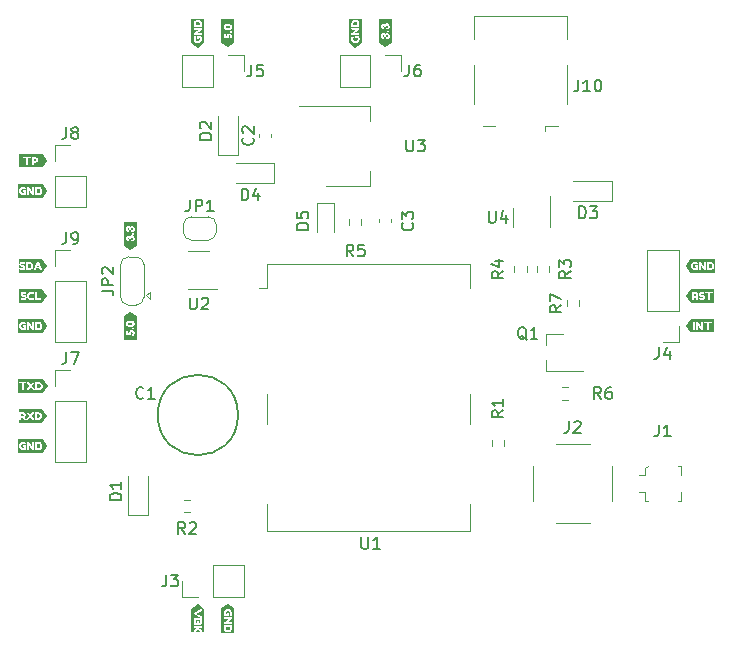
<source format=gto>
%TF.GenerationSoftware,KiCad,Pcbnew,7.0.1*%
%TF.CreationDate,2023-05-23T19:54:46+02:00*%
%TF.ProjectId,ublox-lea-6h-breakout,75626c6f-782d-46c6-9561-2d36682d6272,rev?*%
%TF.SameCoordinates,Original*%
%TF.FileFunction,Legend,Top*%
%TF.FilePolarity,Positive*%
%FSLAX46Y46*%
G04 Gerber Fmt 4.6, Leading zero omitted, Abs format (unit mm)*
G04 Created by KiCad (PCBNEW 7.0.1) date 2023-05-23 19:54:46*
%MOMM*%
%LPD*%
G01*
G04 APERTURE LIST*
%ADD10C,0.150000*%
%ADD11C,0.120000*%
G04 APERTURE END LIST*
D10*
%TO.C,J7*%
X86661666Y-112702619D02*
X86661666Y-113416904D01*
X86661666Y-113416904D02*
X86614047Y-113559761D01*
X86614047Y-113559761D02*
X86518809Y-113655000D01*
X86518809Y-113655000D02*
X86375952Y-113702619D01*
X86375952Y-113702619D02*
X86280714Y-113702619D01*
X87042619Y-112702619D02*
X87709285Y-112702619D01*
X87709285Y-112702619D02*
X87280714Y-113702619D01*
%TO.C,J9*%
X86661666Y-102557619D02*
X86661666Y-103271904D01*
X86661666Y-103271904D02*
X86614047Y-103414761D01*
X86614047Y-103414761D02*
X86518809Y-103510000D01*
X86518809Y-103510000D02*
X86375952Y-103557619D01*
X86375952Y-103557619D02*
X86280714Y-103557619D01*
X87185476Y-103557619D02*
X87375952Y-103557619D01*
X87375952Y-103557619D02*
X87471190Y-103510000D01*
X87471190Y-103510000D02*
X87518809Y-103462380D01*
X87518809Y-103462380D02*
X87614047Y-103319523D01*
X87614047Y-103319523D02*
X87661666Y-103129047D01*
X87661666Y-103129047D02*
X87661666Y-102748095D01*
X87661666Y-102748095D02*
X87614047Y-102652857D01*
X87614047Y-102652857D02*
X87566428Y-102605238D01*
X87566428Y-102605238D02*
X87471190Y-102557619D01*
X87471190Y-102557619D02*
X87280714Y-102557619D01*
X87280714Y-102557619D02*
X87185476Y-102605238D01*
X87185476Y-102605238D02*
X87137857Y-102652857D01*
X87137857Y-102652857D02*
X87090238Y-102748095D01*
X87090238Y-102748095D02*
X87090238Y-102986190D01*
X87090238Y-102986190D02*
X87137857Y-103081428D01*
X87137857Y-103081428D02*
X87185476Y-103129047D01*
X87185476Y-103129047D02*
X87280714Y-103176666D01*
X87280714Y-103176666D02*
X87471190Y-103176666D01*
X87471190Y-103176666D02*
X87566428Y-103129047D01*
X87566428Y-103129047D02*
X87614047Y-103081428D01*
X87614047Y-103081428D02*
X87661666Y-102986190D01*
%TO.C,Q1*%
X125634761Y-111682857D02*
X125539523Y-111635238D01*
X125539523Y-111635238D02*
X125444285Y-111540000D01*
X125444285Y-111540000D02*
X125301428Y-111397142D01*
X125301428Y-111397142D02*
X125206190Y-111349523D01*
X125206190Y-111349523D02*
X125110952Y-111349523D01*
X125158571Y-111587619D02*
X125063333Y-111540000D01*
X125063333Y-111540000D02*
X124968095Y-111444761D01*
X124968095Y-111444761D02*
X124920476Y-111254285D01*
X124920476Y-111254285D02*
X124920476Y-110920952D01*
X124920476Y-110920952D02*
X124968095Y-110730476D01*
X124968095Y-110730476D02*
X125063333Y-110635238D01*
X125063333Y-110635238D02*
X125158571Y-110587619D01*
X125158571Y-110587619D02*
X125349047Y-110587619D01*
X125349047Y-110587619D02*
X125444285Y-110635238D01*
X125444285Y-110635238D02*
X125539523Y-110730476D01*
X125539523Y-110730476D02*
X125587142Y-110920952D01*
X125587142Y-110920952D02*
X125587142Y-111254285D01*
X125587142Y-111254285D02*
X125539523Y-111444761D01*
X125539523Y-111444761D02*
X125444285Y-111540000D01*
X125444285Y-111540000D02*
X125349047Y-111587619D01*
X125349047Y-111587619D02*
X125158571Y-111587619D01*
X126539523Y-111587619D02*
X125968095Y-111587619D01*
X126253809Y-111587619D02*
X126253809Y-110587619D01*
X126253809Y-110587619D02*
X126158571Y-110730476D01*
X126158571Y-110730476D02*
X126063333Y-110825714D01*
X126063333Y-110825714D02*
X125968095Y-110873333D01*
%TO.C,JP1*%
X97116666Y-99792619D02*
X97116666Y-100506904D01*
X97116666Y-100506904D02*
X97069047Y-100649761D01*
X97069047Y-100649761D02*
X96973809Y-100745000D01*
X96973809Y-100745000D02*
X96830952Y-100792619D01*
X96830952Y-100792619D02*
X96735714Y-100792619D01*
X97592857Y-100792619D02*
X97592857Y-99792619D01*
X97592857Y-99792619D02*
X97973809Y-99792619D01*
X97973809Y-99792619D02*
X98069047Y-99840238D01*
X98069047Y-99840238D02*
X98116666Y-99887857D01*
X98116666Y-99887857D02*
X98164285Y-99983095D01*
X98164285Y-99983095D02*
X98164285Y-100125952D01*
X98164285Y-100125952D02*
X98116666Y-100221190D01*
X98116666Y-100221190D02*
X98069047Y-100268809D01*
X98069047Y-100268809D02*
X97973809Y-100316428D01*
X97973809Y-100316428D02*
X97592857Y-100316428D01*
X99116666Y-100792619D02*
X98545238Y-100792619D01*
X98830952Y-100792619D02*
X98830952Y-99792619D01*
X98830952Y-99792619D02*
X98735714Y-99935476D01*
X98735714Y-99935476D02*
X98640476Y-100030714D01*
X98640476Y-100030714D02*
X98545238Y-100078333D01*
%TO.C,U2*%
X97108095Y-108087619D02*
X97108095Y-108897142D01*
X97108095Y-108897142D02*
X97155714Y-108992380D01*
X97155714Y-108992380D02*
X97203333Y-109040000D01*
X97203333Y-109040000D02*
X97298571Y-109087619D01*
X97298571Y-109087619D02*
X97489047Y-109087619D01*
X97489047Y-109087619D02*
X97584285Y-109040000D01*
X97584285Y-109040000D02*
X97631904Y-108992380D01*
X97631904Y-108992380D02*
X97679523Y-108897142D01*
X97679523Y-108897142D02*
X97679523Y-108087619D01*
X98108095Y-108182857D02*
X98155714Y-108135238D01*
X98155714Y-108135238D02*
X98250952Y-108087619D01*
X98250952Y-108087619D02*
X98489047Y-108087619D01*
X98489047Y-108087619D02*
X98584285Y-108135238D01*
X98584285Y-108135238D02*
X98631904Y-108182857D01*
X98631904Y-108182857D02*
X98679523Y-108278095D01*
X98679523Y-108278095D02*
X98679523Y-108373333D01*
X98679523Y-108373333D02*
X98631904Y-108516190D01*
X98631904Y-108516190D02*
X98060476Y-109087619D01*
X98060476Y-109087619D02*
X98679523Y-109087619D01*
%TO.C,U1*%
X111633095Y-128367619D02*
X111633095Y-129177142D01*
X111633095Y-129177142D02*
X111680714Y-129272380D01*
X111680714Y-129272380D02*
X111728333Y-129320000D01*
X111728333Y-129320000D02*
X111823571Y-129367619D01*
X111823571Y-129367619D02*
X112014047Y-129367619D01*
X112014047Y-129367619D02*
X112109285Y-129320000D01*
X112109285Y-129320000D02*
X112156904Y-129272380D01*
X112156904Y-129272380D02*
X112204523Y-129177142D01*
X112204523Y-129177142D02*
X112204523Y-128367619D01*
X113204523Y-129367619D02*
X112633095Y-129367619D01*
X112918809Y-129367619D02*
X112918809Y-128367619D01*
X112918809Y-128367619D02*
X112823571Y-128510476D01*
X112823571Y-128510476D02*
X112728333Y-128605714D01*
X112728333Y-128605714D02*
X112633095Y-128653333D01*
%TO.C,J4*%
X136826666Y-112282619D02*
X136826666Y-112996904D01*
X136826666Y-112996904D02*
X136779047Y-113139761D01*
X136779047Y-113139761D02*
X136683809Y-113235000D01*
X136683809Y-113235000D02*
X136540952Y-113282619D01*
X136540952Y-113282619D02*
X136445714Y-113282619D01*
X137731428Y-112615952D02*
X137731428Y-113282619D01*
X137493333Y-112235000D02*
X137255238Y-112949285D01*
X137255238Y-112949285D02*
X137874285Y-112949285D01*
%TO.C,R6*%
X131913333Y-116667619D02*
X131580000Y-116191428D01*
X131341905Y-116667619D02*
X131341905Y-115667619D01*
X131341905Y-115667619D02*
X131722857Y-115667619D01*
X131722857Y-115667619D02*
X131818095Y-115715238D01*
X131818095Y-115715238D02*
X131865714Y-115762857D01*
X131865714Y-115762857D02*
X131913333Y-115858095D01*
X131913333Y-115858095D02*
X131913333Y-116000952D01*
X131913333Y-116000952D02*
X131865714Y-116096190D01*
X131865714Y-116096190D02*
X131818095Y-116143809D01*
X131818095Y-116143809D02*
X131722857Y-116191428D01*
X131722857Y-116191428D02*
X131341905Y-116191428D01*
X132770476Y-115667619D02*
X132580000Y-115667619D01*
X132580000Y-115667619D02*
X132484762Y-115715238D01*
X132484762Y-115715238D02*
X132437143Y-115762857D01*
X132437143Y-115762857D02*
X132341905Y-115905714D01*
X132341905Y-115905714D02*
X132294286Y-116096190D01*
X132294286Y-116096190D02*
X132294286Y-116477142D01*
X132294286Y-116477142D02*
X132341905Y-116572380D01*
X132341905Y-116572380D02*
X132389524Y-116620000D01*
X132389524Y-116620000D02*
X132484762Y-116667619D01*
X132484762Y-116667619D02*
X132675238Y-116667619D01*
X132675238Y-116667619D02*
X132770476Y-116620000D01*
X132770476Y-116620000D02*
X132818095Y-116572380D01*
X132818095Y-116572380D02*
X132865714Y-116477142D01*
X132865714Y-116477142D02*
X132865714Y-116239047D01*
X132865714Y-116239047D02*
X132818095Y-116143809D01*
X132818095Y-116143809D02*
X132770476Y-116096190D01*
X132770476Y-116096190D02*
X132675238Y-116048571D01*
X132675238Y-116048571D02*
X132484762Y-116048571D01*
X132484762Y-116048571D02*
X132389524Y-116096190D01*
X132389524Y-116096190D02*
X132341905Y-116143809D01*
X132341905Y-116143809D02*
X132294286Y-116239047D01*
%TO.C,R4*%
X123652619Y-105854166D02*
X123176428Y-106187499D01*
X123652619Y-106425594D02*
X122652619Y-106425594D01*
X122652619Y-106425594D02*
X122652619Y-106044642D01*
X122652619Y-106044642D02*
X122700238Y-105949404D01*
X122700238Y-105949404D02*
X122747857Y-105901785D01*
X122747857Y-105901785D02*
X122843095Y-105854166D01*
X122843095Y-105854166D02*
X122985952Y-105854166D01*
X122985952Y-105854166D02*
X123081190Y-105901785D01*
X123081190Y-105901785D02*
X123128809Y-105949404D01*
X123128809Y-105949404D02*
X123176428Y-106044642D01*
X123176428Y-106044642D02*
X123176428Y-106425594D01*
X122985952Y-104997023D02*
X123652619Y-104997023D01*
X122605000Y-105235118D02*
X123319285Y-105473213D01*
X123319285Y-105473213D02*
X123319285Y-104854166D01*
%TO.C,J6*%
X115661666Y-88362619D02*
X115661666Y-89076904D01*
X115661666Y-89076904D02*
X115614047Y-89219761D01*
X115614047Y-89219761D02*
X115518809Y-89315000D01*
X115518809Y-89315000D02*
X115375952Y-89362619D01*
X115375952Y-89362619D02*
X115280714Y-89362619D01*
X116566428Y-88362619D02*
X116375952Y-88362619D01*
X116375952Y-88362619D02*
X116280714Y-88410238D01*
X116280714Y-88410238D02*
X116233095Y-88457857D01*
X116233095Y-88457857D02*
X116137857Y-88600714D01*
X116137857Y-88600714D02*
X116090238Y-88791190D01*
X116090238Y-88791190D02*
X116090238Y-89172142D01*
X116090238Y-89172142D02*
X116137857Y-89267380D01*
X116137857Y-89267380D02*
X116185476Y-89315000D01*
X116185476Y-89315000D02*
X116280714Y-89362619D01*
X116280714Y-89362619D02*
X116471190Y-89362619D01*
X116471190Y-89362619D02*
X116566428Y-89315000D01*
X116566428Y-89315000D02*
X116614047Y-89267380D01*
X116614047Y-89267380D02*
X116661666Y-89172142D01*
X116661666Y-89172142D02*
X116661666Y-88934047D01*
X116661666Y-88934047D02*
X116614047Y-88838809D01*
X116614047Y-88838809D02*
X116566428Y-88791190D01*
X116566428Y-88791190D02*
X116471190Y-88743571D01*
X116471190Y-88743571D02*
X116280714Y-88743571D01*
X116280714Y-88743571D02*
X116185476Y-88791190D01*
X116185476Y-88791190D02*
X116137857Y-88838809D01*
X116137857Y-88838809D02*
X116090238Y-88934047D01*
%TO.C,D1*%
X91322619Y-125218094D02*
X90322619Y-125218094D01*
X90322619Y-125218094D02*
X90322619Y-124979999D01*
X90322619Y-124979999D02*
X90370238Y-124837142D01*
X90370238Y-124837142D02*
X90465476Y-124741904D01*
X90465476Y-124741904D02*
X90560714Y-124694285D01*
X90560714Y-124694285D02*
X90751190Y-124646666D01*
X90751190Y-124646666D02*
X90894047Y-124646666D01*
X90894047Y-124646666D02*
X91084523Y-124694285D01*
X91084523Y-124694285D02*
X91179761Y-124741904D01*
X91179761Y-124741904D02*
X91275000Y-124837142D01*
X91275000Y-124837142D02*
X91322619Y-124979999D01*
X91322619Y-124979999D02*
X91322619Y-125218094D01*
X91322619Y-123694285D02*
X91322619Y-124265713D01*
X91322619Y-123979999D02*
X90322619Y-123979999D01*
X90322619Y-123979999D02*
X90465476Y-124075237D01*
X90465476Y-124075237D02*
X90560714Y-124170475D01*
X90560714Y-124170475D02*
X90608333Y-124265713D01*
%TO.C,R1*%
X123652619Y-117641666D02*
X123176428Y-117974999D01*
X123652619Y-118213094D02*
X122652619Y-118213094D01*
X122652619Y-118213094D02*
X122652619Y-117832142D01*
X122652619Y-117832142D02*
X122700238Y-117736904D01*
X122700238Y-117736904D02*
X122747857Y-117689285D01*
X122747857Y-117689285D02*
X122843095Y-117641666D01*
X122843095Y-117641666D02*
X122985952Y-117641666D01*
X122985952Y-117641666D02*
X123081190Y-117689285D01*
X123081190Y-117689285D02*
X123128809Y-117736904D01*
X123128809Y-117736904D02*
X123176428Y-117832142D01*
X123176428Y-117832142D02*
X123176428Y-118213094D01*
X123652619Y-116689285D02*
X123652619Y-117260713D01*
X123652619Y-116974999D02*
X122652619Y-116974999D01*
X122652619Y-116974999D02*
X122795476Y-117070237D01*
X122795476Y-117070237D02*
X122890714Y-117165475D01*
X122890714Y-117165475D02*
X122938333Y-117260713D01*
%TO.C,D3*%
X130071905Y-101372619D02*
X130071905Y-100372619D01*
X130071905Y-100372619D02*
X130310000Y-100372619D01*
X130310000Y-100372619D02*
X130452857Y-100420238D01*
X130452857Y-100420238D02*
X130548095Y-100515476D01*
X130548095Y-100515476D02*
X130595714Y-100610714D01*
X130595714Y-100610714D02*
X130643333Y-100801190D01*
X130643333Y-100801190D02*
X130643333Y-100944047D01*
X130643333Y-100944047D02*
X130595714Y-101134523D01*
X130595714Y-101134523D02*
X130548095Y-101229761D01*
X130548095Y-101229761D02*
X130452857Y-101325000D01*
X130452857Y-101325000D02*
X130310000Y-101372619D01*
X130310000Y-101372619D02*
X130071905Y-101372619D01*
X130976667Y-100372619D02*
X131595714Y-100372619D01*
X131595714Y-100372619D02*
X131262381Y-100753571D01*
X131262381Y-100753571D02*
X131405238Y-100753571D01*
X131405238Y-100753571D02*
X131500476Y-100801190D01*
X131500476Y-100801190D02*
X131548095Y-100848809D01*
X131548095Y-100848809D02*
X131595714Y-100944047D01*
X131595714Y-100944047D02*
X131595714Y-101182142D01*
X131595714Y-101182142D02*
X131548095Y-101277380D01*
X131548095Y-101277380D02*
X131500476Y-101325000D01*
X131500476Y-101325000D02*
X131405238Y-101372619D01*
X131405238Y-101372619D02*
X131119524Y-101372619D01*
X131119524Y-101372619D02*
X131024286Y-101325000D01*
X131024286Y-101325000D02*
X130976667Y-101277380D01*
%TO.C,J8*%
X86661666Y-93652619D02*
X86661666Y-94366904D01*
X86661666Y-94366904D02*
X86614047Y-94509761D01*
X86614047Y-94509761D02*
X86518809Y-94605000D01*
X86518809Y-94605000D02*
X86375952Y-94652619D01*
X86375952Y-94652619D02*
X86280714Y-94652619D01*
X87280714Y-94081190D02*
X87185476Y-94033571D01*
X87185476Y-94033571D02*
X87137857Y-93985952D01*
X87137857Y-93985952D02*
X87090238Y-93890714D01*
X87090238Y-93890714D02*
X87090238Y-93843095D01*
X87090238Y-93843095D02*
X87137857Y-93747857D01*
X87137857Y-93747857D02*
X87185476Y-93700238D01*
X87185476Y-93700238D02*
X87280714Y-93652619D01*
X87280714Y-93652619D02*
X87471190Y-93652619D01*
X87471190Y-93652619D02*
X87566428Y-93700238D01*
X87566428Y-93700238D02*
X87614047Y-93747857D01*
X87614047Y-93747857D02*
X87661666Y-93843095D01*
X87661666Y-93843095D02*
X87661666Y-93890714D01*
X87661666Y-93890714D02*
X87614047Y-93985952D01*
X87614047Y-93985952D02*
X87566428Y-94033571D01*
X87566428Y-94033571D02*
X87471190Y-94081190D01*
X87471190Y-94081190D02*
X87280714Y-94081190D01*
X87280714Y-94081190D02*
X87185476Y-94128809D01*
X87185476Y-94128809D02*
X87137857Y-94176428D01*
X87137857Y-94176428D02*
X87090238Y-94271666D01*
X87090238Y-94271666D02*
X87090238Y-94462142D01*
X87090238Y-94462142D02*
X87137857Y-94557380D01*
X87137857Y-94557380D02*
X87185476Y-94605000D01*
X87185476Y-94605000D02*
X87280714Y-94652619D01*
X87280714Y-94652619D02*
X87471190Y-94652619D01*
X87471190Y-94652619D02*
X87566428Y-94605000D01*
X87566428Y-94605000D02*
X87614047Y-94557380D01*
X87614047Y-94557380D02*
X87661666Y-94462142D01*
X87661666Y-94462142D02*
X87661666Y-94271666D01*
X87661666Y-94271666D02*
X87614047Y-94176428D01*
X87614047Y-94176428D02*
X87566428Y-94128809D01*
X87566428Y-94128809D02*
X87471190Y-94081190D01*
%TO.C,C1*%
X93178333Y-116572380D02*
X93130714Y-116620000D01*
X93130714Y-116620000D02*
X92987857Y-116667619D01*
X92987857Y-116667619D02*
X92892619Y-116667619D01*
X92892619Y-116667619D02*
X92749762Y-116620000D01*
X92749762Y-116620000D02*
X92654524Y-116524761D01*
X92654524Y-116524761D02*
X92606905Y-116429523D01*
X92606905Y-116429523D02*
X92559286Y-116239047D01*
X92559286Y-116239047D02*
X92559286Y-116096190D01*
X92559286Y-116096190D02*
X92606905Y-115905714D01*
X92606905Y-115905714D02*
X92654524Y-115810476D01*
X92654524Y-115810476D02*
X92749762Y-115715238D01*
X92749762Y-115715238D02*
X92892619Y-115667619D01*
X92892619Y-115667619D02*
X92987857Y-115667619D01*
X92987857Y-115667619D02*
X93130714Y-115715238D01*
X93130714Y-115715238D02*
X93178333Y-115762857D01*
X94130714Y-116667619D02*
X93559286Y-116667619D01*
X93845000Y-116667619D02*
X93845000Y-115667619D01*
X93845000Y-115667619D02*
X93749762Y-115810476D01*
X93749762Y-115810476D02*
X93654524Y-115905714D01*
X93654524Y-115905714D02*
X93559286Y-115953333D01*
%TO.C,R7*%
X128572619Y-108751666D02*
X128096428Y-109084999D01*
X128572619Y-109323094D02*
X127572619Y-109323094D01*
X127572619Y-109323094D02*
X127572619Y-108942142D01*
X127572619Y-108942142D02*
X127620238Y-108846904D01*
X127620238Y-108846904D02*
X127667857Y-108799285D01*
X127667857Y-108799285D02*
X127763095Y-108751666D01*
X127763095Y-108751666D02*
X127905952Y-108751666D01*
X127905952Y-108751666D02*
X128001190Y-108799285D01*
X128001190Y-108799285D02*
X128048809Y-108846904D01*
X128048809Y-108846904D02*
X128096428Y-108942142D01*
X128096428Y-108942142D02*
X128096428Y-109323094D01*
X127572619Y-108418332D02*
X127572619Y-107751666D01*
X127572619Y-107751666D02*
X128572619Y-108180237D01*
%TO.C,J1*%
X136826666Y-118842619D02*
X136826666Y-119556904D01*
X136826666Y-119556904D02*
X136779047Y-119699761D01*
X136779047Y-119699761D02*
X136683809Y-119795000D01*
X136683809Y-119795000D02*
X136540952Y-119842619D01*
X136540952Y-119842619D02*
X136445714Y-119842619D01*
X137826666Y-119842619D02*
X137255238Y-119842619D01*
X137540952Y-119842619D02*
X137540952Y-118842619D01*
X137540952Y-118842619D02*
X137445714Y-118985476D01*
X137445714Y-118985476D02*
X137350476Y-119080714D01*
X137350476Y-119080714D02*
X137255238Y-119128333D01*
%TO.C,J3*%
X95126666Y-131542619D02*
X95126666Y-132256904D01*
X95126666Y-132256904D02*
X95079047Y-132399761D01*
X95079047Y-132399761D02*
X94983809Y-132495000D01*
X94983809Y-132495000D02*
X94840952Y-132542619D01*
X94840952Y-132542619D02*
X94745714Y-132542619D01*
X95507619Y-131542619D02*
X96126666Y-131542619D01*
X96126666Y-131542619D02*
X95793333Y-131923571D01*
X95793333Y-131923571D02*
X95936190Y-131923571D01*
X95936190Y-131923571D02*
X96031428Y-131971190D01*
X96031428Y-131971190D02*
X96079047Y-132018809D01*
X96079047Y-132018809D02*
X96126666Y-132114047D01*
X96126666Y-132114047D02*
X96126666Y-132352142D01*
X96126666Y-132352142D02*
X96079047Y-132447380D01*
X96079047Y-132447380D02*
X96031428Y-132495000D01*
X96031428Y-132495000D02*
X95936190Y-132542619D01*
X95936190Y-132542619D02*
X95650476Y-132542619D01*
X95650476Y-132542619D02*
X95555238Y-132495000D01*
X95555238Y-132495000D02*
X95507619Y-132447380D01*
%TO.C,J2*%
X129206666Y-118537619D02*
X129206666Y-119251904D01*
X129206666Y-119251904D02*
X129159047Y-119394761D01*
X129159047Y-119394761D02*
X129063809Y-119490000D01*
X129063809Y-119490000D02*
X128920952Y-119537619D01*
X128920952Y-119537619D02*
X128825714Y-119537619D01*
X129635238Y-118632857D02*
X129682857Y-118585238D01*
X129682857Y-118585238D02*
X129778095Y-118537619D01*
X129778095Y-118537619D02*
X130016190Y-118537619D01*
X130016190Y-118537619D02*
X130111428Y-118585238D01*
X130111428Y-118585238D02*
X130159047Y-118632857D01*
X130159047Y-118632857D02*
X130206666Y-118728095D01*
X130206666Y-118728095D02*
X130206666Y-118823333D01*
X130206666Y-118823333D02*
X130159047Y-118966190D01*
X130159047Y-118966190D02*
X129587619Y-119537619D01*
X129587619Y-119537619D02*
X130206666Y-119537619D01*
%TO.C,U4*%
X122428095Y-100752619D02*
X122428095Y-101562142D01*
X122428095Y-101562142D02*
X122475714Y-101657380D01*
X122475714Y-101657380D02*
X122523333Y-101705000D01*
X122523333Y-101705000D02*
X122618571Y-101752619D01*
X122618571Y-101752619D02*
X122809047Y-101752619D01*
X122809047Y-101752619D02*
X122904285Y-101705000D01*
X122904285Y-101705000D02*
X122951904Y-101657380D01*
X122951904Y-101657380D02*
X122999523Y-101562142D01*
X122999523Y-101562142D02*
X122999523Y-100752619D01*
X123904285Y-101085952D02*
X123904285Y-101752619D01*
X123666190Y-100705000D02*
X123428095Y-101419285D01*
X123428095Y-101419285D02*
X124047142Y-101419285D01*
%TO.C,R5*%
X110958333Y-104602619D02*
X110625000Y-104126428D01*
X110386905Y-104602619D02*
X110386905Y-103602619D01*
X110386905Y-103602619D02*
X110767857Y-103602619D01*
X110767857Y-103602619D02*
X110863095Y-103650238D01*
X110863095Y-103650238D02*
X110910714Y-103697857D01*
X110910714Y-103697857D02*
X110958333Y-103793095D01*
X110958333Y-103793095D02*
X110958333Y-103935952D01*
X110958333Y-103935952D02*
X110910714Y-104031190D01*
X110910714Y-104031190D02*
X110863095Y-104078809D01*
X110863095Y-104078809D02*
X110767857Y-104126428D01*
X110767857Y-104126428D02*
X110386905Y-104126428D01*
X111863095Y-103602619D02*
X111386905Y-103602619D01*
X111386905Y-103602619D02*
X111339286Y-104078809D01*
X111339286Y-104078809D02*
X111386905Y-104031190D01*
X111386905Y-104031190D02*
X111482143Y-103983571D01*
X111482143Y-103983571D02*
X111720238Y-103983571D01*
X111720238Y-103983571D02*
X111815476Y-104031190D01*
X111815476Y-104031190D02*
X111863095Y-104078809D01*
X111863095Y-104078809D02*
X111910714Y-104174047D01*
X111910714Y-104174047D02*
X111910714Y-104412142D01*
X111910714Y-104412142D02*
X111863095Y-104507380D01*
X111863095Y-104507380D02*
X111815476Y-104555000D01*
X111815476Y-104555000D02*
X111720238Y-104602619D01*
X111720238Y-104602619D02*
X111482143Y-104602619D01*
X111482143Y-104602619D02*
X111386905Y-104555000D01*
X111386905Y-104555000D02*
X111339286Y-104507380D01*
%TO.C,U3*%
X115443095Y-94712619D02*
X115443095Y-95522142D01*
X115443095Y-95522142D02*
X115490714Y-95617380D01*
X115490714Y-95617380D02*
X115538333Y-95665000D01*
X115538333Y-95665000D02*
X115633571Y-95712619D01*
X115633571Y-95712619D02*
X115824047Y-95712619D01*
X115824047Y-95712619D02*
X115919285Y-95665000D01*
X115919285Y-95665000D02*
X115966904Y-95617380D01*
X115966904Y-95617380D02*
X116014523Y-95522142D01*
X116014523Y-95522142D02*
X116014523Y-94712619D01*
X116395476Y-94712619D02*
X117014523Y-94712619D01*
X117014523Y-94712619D02*
X116681190Y-95093571D01*
X116681190Y-95093571D02*
X116824047Y-95093571D01*
X116824047Y-95093571D02*
X116919285Y-95141190D01*
X116919285Y-95141190D02*
X116966904Y-95188809D01*
X116966904Y-95188809D02*
X117014523Y-95284047D01*
X117014523Y-95284047D02*
X117014523Y-95522142D01*
X117014523Y-95522142D02*
X116966904Y-95617380D01*
X116966904Y-95617380D02*
X116919285Y-95665000D01*
X116919285Y-95665000D02*
X116824047Y-95712619D01*
X116824047Y-95712619D02*
X116538333Y-95712619D01*
X116538333Y-95712619D02*
X116443095Y-95665000D01*
X116443095Y-95665000D02*
X116395476Y-95617380D01*
%TO.C,J10*%
X130000476Y-89632619D02*
X130000476Y-90346904D01*
X130000476Y-90346904D02*
X129952857Y-90489761D01*
X129952857Y-90489761D02*
X129857619Y-90585000D01*
X129857619Y-90585000D02*
X129714762Y-90632619D01*
X129714762Y-90632619D02*
X129619524Y-90632619D01*
X131000476Y-90632619D02*
X130429048Y-90632619D01*
X130714762Y-90632619D02*
X130714762Y-89632619D01*
X130714762Y-89632619D02*
X130619524Y-89775476D01*
X130619524Y-89775476D02*
X130524286Y-89870714D01*
X130524286Y-89870714D02*
X130429048Y-89918333D01*
X131619524Y-89632619D02*
X131714762Y-89632619D01*
X131714762Y-89632619D02*
X131810000Y-89680238D01*
X131810000Y-89680238D02*
X131857619Y-89727857D01*
X131857619Y-89727857D02*
X131905238Y-89823095D01*
X131905238Y-89823095D02*
X131952857Y-90013571D01*
X131952857Y-90013571D02*
X131952857Y-90251666D01*
X131952857Y-90251666D02*
X131905238Y-90442142D01*
X131905238Y-90442142D02*
X131857619Y-90537380D01*
X131857619Y-90537380D02*
X131810000Y-90585000D01*
X131810000Y-90585000D02*
X131714762Y-90632619D01*
X131714762Y-90632619D02*
X131619524Y-90632619D01*
X131619524Y-90632619D02*
X131524286Y-90585000D01*
X131524286Y-90585000D02*
X131476667Y-90537380D01*
X131476667Y-90537380D02*
X131429048Y-90442142D01*
X131429048Y-90442142D02*
X131381429Y-90251666D01*
X131381429Y-90251666D02*
X131381429Y-90013571D01*
X131381429Y-90013571D02*
X131429048Y-89823095D01*
X131429048Y-89823095D02*
X131476667Y-89727857D01*
X131476667Y-89727857D02*
X131524286Y-89680238D01*
X131524286Y-89680238D02*
X131619524Y-89632619D01*
%TO.C,C3*%
X115937380Y-101766666D02*
X115985000Y-101814285D01*
X115985000Y-101814285D02*
X116032619Y-101957142D01*
X116032619Y-101957142D02*
X116032619Y-102052380D01*
X116032619Y-102052380D02*
X115985000Y-102195237D01*
X115985000Y-102195237D02*
X115889761Y-102290475D01*
X115889761Y-102290475D02*
X115794523Y-102338094D01*
X115794523Y-102338094D02*
X115604047Y-102385713D01*
X115604047Y-102385713D02*
X115461190Y-102385713D01*
X115461190Y-102385713D02*
X115270714Y-102338094D01*
X115270714Y-102338094D02*
X115175476Y-102290475D01*
X115175476Y-102290475D02*
X115080238Y-102195237D01*
X115080238Y-102195237D02*
X115032619Y-102052380D01*
X115032619Y-102052380D02*
X115032619Y-101957142D01*
X115032619Y-101957142D02*
X115080238Y-101814285D01*
X115080238Y-101814285D02*
X115127857Y-101766666D01*
X115032619Y-101433332D02*
X115032619Y-100814285D01*
X115032619Y-100814285D02*
X115413571Y-101147618D01*
X115413571Y-101147618D02*
X115413571Y-101004761D01*
X115413571Y-101004761D02*
X115461190Y-100909523D01*
X115461190Y-100909523D02*
X115508809Y-100861904D01*
X115508809Y-100861904D02*
X115604047Y-100814285D01*
X115604047Y-100814285D02*
X115842142Y-100814285D01*
X115842142Y-100814285D02*
X115937380Y-100861904D01*
X115937380Y-100861904D02*
X115985000Y-100909523D01*
X115985000Y-100909523D02*
X116032619Y-101004761D01*
X116032619Y-101004761D02*
X116032619Y-101290475D01*
X116032619Y-101290475D02*
X115985000Y-101385713D01*
X115985000Y-101385713D02*
X115937380Y-101433332D01*
%TO.C,D2*%
X98942619Y-94718094D02*
X97942619Y-94718094D01*
X97942619Y-94718094D02*
X97942619Y-94479999D01*
X97942619Y-94479999D02*
X97990238Y-94337142D01*
X97990238Y-94337142D02*
X98085476Y-94241904D01*
X98085476Y-94241904D02*
X98180714Y-94194285D01*
X98180714Y-94194285D02*
X98371190Y-94146666D01*
X98371190Y-94146666D02*
X98514047Y-94146666D01*
X98514047Y-94146666D02*
X98704523Y-94194285D01*
X98704523Y-94194285D02*
X98799761Y-94241904D01*
X98799761Y-94241904D02*
X98895000Y-94337142D01*
X98895000Y-94337142D02*
X98942619Y-94479999D01*
X98942619Y-94479999D02*
X98942619Y-94718094D01*
X98037857Y-93765713D02*
X97990238Y-93718094D01*
X97990238Y-93718094D02*
X97942619Y-93622856D01*
X97942619Y-93622856D02*
X97942619Y-93384761D01*
X97942619Y-93384761D02*
X97990238Y-93289523D01*
X97990238Y-93289523D02*
X98037857Y-93241904D01*
X98037857Y-93241904D02*
X98133095Y-93194285D01*
X98133095Y-93194285D02*
X98228333Y-93194285D01*
X98228333Y-93194285D02*
X98371190Y-93241904D01*
X98371190Y-93241904D02*
X98942619Y-93813332D01*
X98942619Y-93813332D02*
X98942619Y-93194285D01*
%TO.C,D5*%
X107142619Y-102338094D02*
X106142619Y-102338094D01*
X106142619Y-102338094D02*
X106142619Y-102099999D01*
X106142619Y-102099999D02*
X106190238Y-101957142D01*
X106190238Y-101957142D02*
X106285476Y-101861904D01*
X106285476Y-101861904D02*
X106380714Y-101814285D01*
X106380714Y-101814285D02*
X106571190Y-101766666D01*
X106571190Y-101766666D02*
X106714047Y-101766666D01*
X106714047Y-101766666D02*
X106904523Y-101814285D01*
X106904523Y-101814285D02*
X106999761Y-101861904D01*
X106999761Y-101861904D02*
X107095000Y-101957142D01*
X107095000Y-101957142D02*
X107142619Y-102099999D01*
X107142619Y-102099999D02*
X107142619Y-102338094D01*
X106142619Y-100861904D02*
X106142619Y-101338094D01*
X106142619Y-101338094D02*
X106618809Y-101385713D01*
X106618809Y-101385713D02*
X106571190Y-101338094D01*
X106571190Y-101338094D02*
X106523571Y-101242856D01*
X106523571Y-101242856D02*
X106523571Y-101004761D01*
X106523571Y-101004761D02*
X106571190Y-100909523D01*
X106571190Y-100909523D02*
X106618809Y-100861904D01*
X106618809Y-100861904D02*
X106714047Y-100814285D01*
X106714047Y-100814285D02*
X106952142Y-100814285D01*
X106952142Y-100814285D02*
X107047380Y-100861904D01*
X107047380Y-100861904D02*
X107095000Y-100909523D01*
X107095000Y-100909523D02*
X107142619Y-101004761D01*
X107142619Y-101004761D02*
X107142619Y-101242856D01*
X107142619Y-101242856D02*
X107095000Y-101338094D01*
X107095000Y-101338094D02*
X107047380Y-101385713D01*
%TO.C,JP2*%
X89632619Y-107513333D02*
X90346904Y-107513333D01*
X90346904Y-107513333D02*
X90489761Y-107560952D01*
X90489761Y-107560952D02*
X90585000Y-107656190D01*
X90585000Y-107656190D02*
X90632619Y-107799047D01*
X90632619Y-107799047D02*
X90632619Y-107894285D01*
X90632619Y-107037142D02*
X89632619Y-107037142D01*
X89632619Y-107037142D02*
X89632619Y-106656190D01*
X89632619Y-106656190D02*
X89680238Y-106560952D01*
X89680238Y-106560952D02*
X89727857Y-106513333D01*
X89727857Y-106513333D02*
X89823095Y-106465714D01*
X89823095Y-106465714D02*
X89965952Y-106465714D01*
X89965952Y-106465714D02*
X90061190Y-106513333D01*
X90061190Y-106513333D02*
X90108809Y-106560952D01*
X90108809Y-106560952D02*
X90156428Y-106656190D01*
X90156428Y-106656190D02*
X90156428Y-107037142D01*
X89727857Y-106084761D02*
X89680238Y-106037142D01*
X89680238Y-106037142D02*
X89632619Y-105941904D01*
X89632619Y-105941904D02*
X89632619Y-105703809D01*
X89632619Y-105703809D02*
X89680238Y-105608571D01*
X89680238Y-105608571D02*
X89727857Y-105560952D01*
X89727857Y-105560952D02*
X89823095Y-105513333D01*
X89823095Y-105513333D02*
X89918333Y-105513333D01*
X89918333Y-105513333D02*
X90061190Y-105560952D01*
X90061190Y-105560952D02*
X90632619Y-106132380D01*
X90632619Y-106132380D02*
X90632619Y-105513333D01*
%TO.C,D4*%
X101491905Y-99862619D02*
X101491905Y-98862619D01*
X101491905Y-98862619D02*
X101730000Y-98862619D01*
X101730000Y-98862619D02*
X101872857Y-98910238D01*
X101872857Y-98910238D02*
X101968095Y-99005476D01*
X101968095Y-99005476D02*
X102015714Y-99100714D01*
X102015714Y-99100714D02*
X102063333Y-99291190D01*
X102063333Y-99291190D02*
X102063333Y-99434047D01*
X102063333Y-99434047D02*
X102015714Y-99624523D01*
X102015714Y-99624523D02*
X101968095Y-99719761D01*
X101968095Y-99719761D02*
X101872857Y-99815000D01*
X101872857Y-99815000D02*
X101730000Y-99862619D01*
X101730000Y-99862619D02*
X101491905Y-99862619D01*
X102920476Y-99195952D02*
X102920476Y-99862619D01*
X102682381Y-98815000D02*
X102444286Y-99529285D01*
X102444286Y-99529285D02*
X103063333Y-99529285D01*
%TO.C,R2*%
X96710833Y-128097619D02*
X96377500Y-127621428D01*
X96139405Y-128097619D02*
X96139405Y-127097619D01*
X96139405Y-127097619D02*
X96520357Y-127097619D01*
X96520357Y-127097619D02*
X96615595Y-127145238D01*
X96615595Y-127145238D02*
X96663214Y-127192857D01*
X96663214Y-127192857D02*
X96710833Y-127288095D01*
X96710833Y-127288095D02*
X96710833Y-127430952D01*
X96710833Y-127430952D02*
X96663214Y-127526190D01*
X96663214Y-127526190D02*
X96615595Y-127573809D01*
X96615595Y-127573809D02*
X96520357Y-127621428D01*
X96520357Y-127621428D02*
X96139405Y-127621428D01*
X97091786Y-127192857D02*
X97139405Y-127145238D01*
X97139405Y-127145238D02*
X97234643Y-127097619D01*
X97234643Y-127097619D02*
X97472738Y-127097619D01*
X97472738Y-127097619D02*
X97567976Y-127145238D01*
X97567976Y-127145238D02*
X97615595Y-127192857D01*
X97615595Y-127192857D02*
X97663214Y-127288095D01*
X97663214Y-127288095D02*
X97663214Y-127383333D01*
X97663214Y-127383333D02*
X97615595Y-127526190D01*
X97615595Y-127526190D02*
X97044167Y-128097619D01*
X97044167Y-128097619D02*
X97663214Y-128097619D01*
%TO.C,R3*%
X129367619Y-105854166D02*
X128891428Y-106187499D01*
X129367619Y-106425594D02*
X128367619Y-106425594D01*
X128367619Y-106425594D02*
X128367619Y-106044642D01*
X128367619Y-106044642D02*
X128415238Y-105949404D01*
X128415238Y-105949404D02*
X128462857Y-105901785D01*
X128462857Y-105901785D02*
X128558095Y-105854166D01*
X128558095Y-105854166D02*
X128700952Y-105854166D01*
X128700952Y-105854166D02*
X128796190Y-105901785D01*
X128796190Y-105901785D02*
X128843809Y-105949404D01*
X128843809Y-105949404D02*
X128891428Y-106044642D01*
X128891428Y-106044642D02*
X128891428Y-106425594D01*
X128367619Y-105520832D02*
X128367619Y-104901785D01*
X128367619Y-104901785D02*
X128748571Y-105235118D01*
X128748571Y-105235118D02*
X128748571Y-105092261D01*
X128748571Y-105092261D02*
X128796190Y-104997023D01*
X128796190Y-104997023D02*
X128843809Y-104949404D01*
X128843809Y-104949404D02*
X128939047Y-104901785D01*
X128939047Y-104901785D02*
X129177142Y-104901785D01*
X129177142Y-104901785D02*
X129272380Y-104949404D01*
X129272380Y-104949404D02*
X129320000Y-104997023D01*
X129320000Y-104997023D02*
X129367619Y-105092261D01*
X129367619Y-105092261D02*
X129367619Y-105377975D01*
X129367619Y-105377975D02*
X129320000Y-105473213D01*
X129320000Y-105473213D02*
X129272380Y-105520832D01*
%TO.C,J5*%
X102326666Y-88362619D02*
X102326666Y-89076904D01*
X102326666Y-89076904D02*
X102279047Y-89219761D01*
X102279047Y-89219761D02*
X102183809Y-89315000D01*
X102183809Y-89315000D02*
X102040952Y-89362619D01*
X102040952Y-89362619D02*
X101945714Y-89362619D01*
X103279047Y-88362619D02*
X102802857Y-88362619D01*
X102802857Y-88362619D02*
X102755238Y-88838809D01*
X102755238Y-88838809D02*
X102802857Y-88791190D01*
X102802857Y-88791190D02*
X102898095Y-88743571D01*
X102898095Y-88743571D02*
X103136190Y-88743571D01*
X103136190Y-88743571D02*
X103231428Y-88791190D01*
X103231428Y-88791190D02*
X103279047Y-88838809D01*
X103279047Y-88838809D02*
X103326666Y-88934047D01*
X103326666Y-88934047D02*
X103326666Y-89172142D01*
X103326666Y-89172142D02*
X103279047Y-89267380D01*
X103279047Y-89267380D02*
X103231428Y-89315000D01*
X103231428Y-89315000D02*
X103136190Y-89362619D01*
X103136190Y-89362619D02*
X102898095Y-89362619D01*
X102898095Y-89362619D02*
X102802857Y-89315000D01*
X102802857Y-89315000D02*
X102755238Y-89267380D01*
%TO.C,C2*%
X102437380Y-94541666D02*
X102485000Y-94589285D01*
X102485000Y-94589285D02*
X102532619Y-94732142D01*
X102532619Y-94732142D02*
X102532619Y-94827380D01*
X102532619Y-94827380D02*
X102485000Y-94970237D01*
X102485000Y-94970237D02*
X102389761Y-95065475D01*
X102389761Y-95065475D02*
X102294523Y-95113094D01*
X102294523Y-95113094D02*
X102104047Y-95160713D01*
X102104047Y-95160713D02*
X101961190Y-95160713D01*
X101961190Y-95160713D02*
X101770714Y-95113094D01*
X101770714Y-95113094D02*
X101675476Y-95065475D01*
X101675476Y-95065475D02*
X101580238Y-94970237D01*
X101580238Y-94970237D02*
X101532619Y-94827380D01*
X101532619Y-94827380D02*
X101532619Y-94732142D01*
X101532619Y-94732142D02*
X101580238Y-94589285D01*
X101580238Y-94589285D02*
X101627857Y-94541666D01*
X101627857Y-94160713D02*
X101580238Y-94113094D01*
X101580238Y-94113094D02*
X101532619Y-94017856D01*
X101532619Y-94017856D02*
X101532619Y-93779761D01*
X101532619Y-93779761D02*
X101580238Y-93684523D01*
X101580238Y-93684523D02*
X101627857Y-93636904D01*
X101627857Y-93636904D02*
X101723095Y-93589285D01*
X101723095Y-93589285D02*
X101818333Y-93589285D01*
X101818333Y-93589285D02*
X101961190Y-93636904D01*
X101961190Y-93636904D02*
X102532619Y-94208332D01*
X102532619Y-94208332D02*
X102532619Y-93589285D01*
D11*
%TO.C,J7*%
X85665000Y-114240000D02*
X86995000Y-114240000D01*
X85665000Y-115570000D02*
X85665000Y-114240000D01*
X85665000Y-116840000D02*
X85665000Y-121980000D01*
X85665000Y-116840000D02*
X88325000Y-116840000D01*
X85665000Y-121980000D02*
X88325000Y-121980000D01*
X88325000Y-116840000D02*
X88325000Y-121980000D01*
%TO.C,J9*%
X85665000Y-104095000D02*
X86995000Y-104095000D01*
X85665000Y-105425000D02*
X85665000Y-104095000D01*
X85665000Y-106695000D02*
X85665000Y-111835000D01*
X85665000Y-106695000D02*
X88325000Y-106695000D01*
X85665000Y-111835000D02*
X88325000Y-111835000D01*
X88325000Y-106695000D02*
X88325000Y-111835000D01*
%TO.C,Q1*%
X127280000Y-114295000D02*
X130440000Y-114295000D01*
X127280000Y-114295000D02*
X127280000Y-113365000D01*
X127280000Y-111135000D02*
X128740000Y-111135000D01*
X127280000Y-111135000D02*
X127280000Y-112065000D01*
%TO.C,JP1*%
X99350000Y-101935000D02*
X99350000Y-102535000D01*
X98650000Y-103235000D02*
X97250000Y-103235000D01*
X97250000Y-101235000D02*
X98650000Y-101235000D01*
X96550000Y-102535000D02*
X96550000Y-101935000D01*
X98650000Y-103235000D02*
G75*
G03*
X99350000Y-102535000I1J699999D01*
G01*
X99350000Y-101935000D02*
G75*
G03*
X98650000Y-101235000I-699999J1D01*
G01*
X96550000Y-102535000D02*
G75*
G03*
X97250000Y-103235000I700000J0D01*
G01*
X97250000Y-101235000D02*
G75*
G03*
X96550000Y-101935000I0J-700000D01*
G01*
%TO.C,U2*%
X98770000Y-104115000D02*
X96970000Y-104115000D01*
X96970000Y-107335000D02*
X99420000Y-107335000D01*
%TO.C,kibuzzard-646CFA10*%
G36*
X97862509Y-84726833D02*
G01*
X97920016Y-84768267D01*
X97958235Y-84826845D01*
X97970975Y-84892092D01*
X97970975Y-84984484D01*
X97610930Y-84984484D01*
X97610930Y-84893044D01*
X97623908Y-84825298D01*
X97662841Y-84766838D01*
X97721063Y-84726476D01*
X97791905Y-84713022D01*
X97862509Y-84726833D01*
G37*
G36*
X98348483Y-84894949D02*
G01*
X98348483Y-85314049D01*
X98348483Y-86181777D01*
X98348483Y-86533249D01*
X98348483Y-86572937D01*
X97790000Y-86945258D01*
X97231517Y-86572937D01*
X97231517Y-86533249D01*
X97231517Y-86175109D01*
X97429955Y-86175109D01*
X97436295Y-86245118D01*
X97455315Y-86310364D01*
X97487016Y-86370848D01*
X97531396Y-86426569D01*
X97585242Y-86473242D01*
X97645339Y-86506579D01*
X97711687Y-86526582D01*
X97784285Y-86533249D01*
X97857241Y-86526701D01*
X97924660Y-86507055D01*
X97986542Y-86474313D01*
X98042889Y-86428474D01*
X98089770Y-86373765D01*
X98123256Y-86314412D01*
X98143348Y-86250416D01*
X98150045Y-86181777D01*
X98144866Y-86106767D01*
X98129328Y-86041759D01*
X98103432Y-85986752D01*
X98067178Y-85941747D01*
X98009075Y-85915077D01*
X97799525Y-85915077D01*
X97746185Y-85924602D01*
X97719515Y-85987467D01*
X97719515Y-86155107D01*
X97728088Y-86200827D01*
X97749042Y-86216543D01*
X97789524Y-86220829D01*
X97829529Y-86217019D01*
X97851913Y-86200827D01*
X97859533Y-86158917D01*
X97859533Y-86083669D01*
X97963355Y-86083669D01*
X97976214Y-86128199D01*
X97980500Y-86177967D01*
X97966093Y-86246547D01*
X97922874Y-86307507D01*
X97881705Y-86339257D01*
X97835032Y-86358307D01*
X97782856Y-86364657D01*
X97708323Y-86350607D01*
X97649506Y-86308459D01*
X97611287Y-86248214D01*
X97598547Y-86179872D01*
X97605096Y-86128437D01*
X97624741Y-86084622D01*
X97650935Y-86026519D01*
X97638314Y-85994372D01*
X97600452Y-85958892D01*
X97546636Y-85936984D01*
X97504250Y-85962702D01*
X97462975Y-86030752D01*
X97438210Y-86101555D01*
X97429955Y-86175109D01*
X97231517Y-86175109D01*
X97231517Y-85756009D01*
X97443290Y-85756009D01*
X97449005Y-85802682D01*
X97471389Y-85829828D01*
X97524253Y-85838877D01*
X98055748Y-85838877D01*
X98089085Y-85837448D01*
X98114803Y-85828399D01*
X98134091Y-85803634D01*
X98140520Y-85756009D01*
X98134091Y-85706955D01*
X98114803Y-85681714D01*
X98090038Y-85672665D01*
X98056700Y-85671237D01*
X97743327Y-85671237D01*
X97778041Y-85644620D01*
X97823761Y-85609853D01*
X97880488Y-85566938D01*
X97948221Y-85515873D01*
X98026961Y-85456660D01*
X98116708Y-85389297D01*
X98134805Y-85365484D01*
X98140520Y-85314049D01*
X98134091Y-85264995D01*
X98114803Y-85239754D01*
X98090038Y-85230705D01*
X98056700Y-85229277D01*
X97528062Y-85229277D01*
X97479485Y-85234992D01*
X97459483Y-85246898D01*
X97448052Y-85271663D01*
X97443290Y-85315478D01*
X97449005Y-85360722D01*
X97471389Y-85387868D01*
X97524253Y-85396917D01*
X97846198Y-85396917D01*
X97811828Y-85423163D01*
X97767140Y-85456818D01*
X97712133Y-85497882D01*
X97646807Y-85546353D01*
X97571163Y-85602233D01*
X97485200Y-85665522D01*
X97460435Y-85687429D01*
X97448529Y-85710765D01*
X97443290Y-85756009D01*
X97231517Y-85756009D01*
X97231517Y-85068304D01*
X97441385Y-85068304D01*
X97447814Y-85117358D01*
X97467103Y-85142599D01*
X97491867Y-85151648D01*
X97525205Y-85153077D01*
X98054795Y-85153077D01*
X98115755Y-85141647D01*
X98133614Y-85116405D01*
X98139568Y-85069257D01*
X98139568Y-84894949D01*
X98133079Y-84824792D01*
X98113612Y-84760051D01*
X98081167Y-84700728D01*
X98035745Y-84646823D01*
X97981244Y-84602026D01*
X97921564Y-84570028D01*
X97856705Y-84550829D01*
X97786666Y-84544429D01*
X97716896Y-84550978D01*
X97652840Y-84570623D01*
X97594499Y-84603365D01*
X97541874Y-84649204D01*
X97498327Y-84703675D01*
X97467222Y-84762314D01*
X97448559Y-84825119D01*
X97442338Y-84892092D01*
X97441385Y-85068304D01*
X97231517Y-85068304D01*
X97231517Y-84544429D01*
X97231517Y-84504742D01*
X98348483Y-84504742D01*
X98348483Y-84544429D01*
X98348483Y-84894949D01*
G37*
%TO.C,U1*%
X102950000Y-107265000D02*
X103640000Y-107265000D01*
X103640000Y-105265000D02*
X103640000Y-107265000D01*
X103640000Y-105265000D02*
X120860000Y-105265000D01*
X103640000Y-116285000D02*
X103640000Y-118765000D01*
X103640000Y-125585000D02*
X103640000Y-127885000D01*
X103640000Y-127885000D02*
X120860000Y-127885000D01*
X120860000Y-105265000D02*
X120860000Y-107265000D01*
X120860000Y-116285000D02*
X120860000Y-118765000D01*
X120860000Y-125585000D02*
X120860000Y-127885000D01*
%TO.C,J4*%
X138490000Y-111820000D02*
X137160000Y-111820000D01*
X138490000Y-110490000D02*
X138490000Y-111820000D01*
X138490000Y-109220000D02*
X138490000Y-104080000D01*
X138490000Y-109220000D02*
X135830000Y-109220000D01*
X138490000Y-104080000D02*
X135830000Y-104080000D01*
X135830000Y-109220000D02*
X135830000Y-104080000D01*
%TO.C,kibuzzard-646CFA3A*%
G36*
X140500047Y-111038005D02*
G01*
X139814247Y-111038005D01*
X139557727Y-111038005D01*
X139518039Y-111038005D01*
X139329233Y-110754795D01*
X139730427Y-110754795D01*
X139736142Y-110803373D01*
X139761383Y-110830519D01*
X139814247Y-110839568D01*
X139863301Y-110833138D01*
X139888542Y-110813850D01*
X139897591Y-110789085D01*
X139899020Y-110755747D01*
X139899020Y-110754795D01*
X139975220Y-110754795D01*
X139976648Y-110788133D01*
X139985697Y-110813850D01*
X140010462Y-110833138D01*
X140058087Y-110839568D01*
X140107141Y-110833138D01*
X140132382Y-110813850D01*
X140141431Y-110789085D01*
X140142860Y-110755747D01*
X140142860Y-110442375D01*
X140169477Y-110477088D01*
X140204243Y-110522808D01*
X140247158Y-110579535D01*
X140298223Y-110647268D01*
X140357437Y-110726008D01*
X140424800Y-110815755D01*
X140448612Y-110833853D01*
X140500047Y-110839568D01*
X140549101Y-110833138D01*
X140574342Y-110813850D01*
X140583391Y-110789085D01*
X140584820Y-110755747D01*
X140584820Y-110227110D01*
X140582691Y-110209012D01*
X140637207Y-110209012D01*
X140641970Y-110249017D01*
X140661020Y-110271401D01*
X140705787Y-110278545D01*
X140888667Y-110278545D01*
X140888667Y-110756700D01*
X140890096Y-110789561D01*
X140898668Y-110814326D01*
X140923433Y-110833853D01*
X140970582Y-110839568D01*
X141018207Y-110833853D01*
X141043448Y-110814326D01*
X141052021Y-110790037D01*
X141053450Y-110757653D01*
X141053450Y-110278545D01*
X141235377Y-110278545D01*
X141283955Y-110269972D01*
X141300147Y-110249494D01*
X141304910Y-110209965D01*
X141300147Y-110169960D01*
X141281097Y-110147576D01*
X141236330Y-110140432D01*
X140706740Y-110140432D01*
X140658162Y-110149005D01*
X140641970Y-110169484D01*
X140637207Y-110209012D01*
X140582691Y-110209012D01*
X140579105Y-110178533D01*
X140567198Y-110158530D01*
X140542433Y-110147100D01*
X140498618Y-110142337D01*
X140453375Y-110148052D01*
X140426228Y-110170436D01*
X140417180Y-110223300D01*
X140417180Y-110545245D01*
X140390933Y-110510876D01*
X140357278Y-110466187D01*
X140316215Y-110411181D01*
X140267743Y-110345855D01*
X140211863Y-110270211D01*
X140148575Y-110184247D01*
X140126667Y-110159483D01*
X140103331Y-110147576D01*
X140058087Y-110142337D01*
X140011415Y-110148052D01*
X139984268Y-110170436D01*
X139975220Y-110223300D01*
X139975220Y-110754795D01*
X139899020Y-110754795D01*
X139899020Y-110226157D01*
X139894257Y-110176627D01*
X139868301Y-110150196D01*
X139815200Y-110141385D01*
X139766146Y-110147814D01*
X139740905Y-110167103D01*
X139731856Y-110192344D01*
X139730427Y-110225205D01*
X139730427Y-110754795D01*
X139329233Y-110754795D01*
X139152703Y-110490000D01*
X139518039Y-109941995D01*
X139557727Y-109941995D01*
X141477610Y-109941995D01*
X141517297Y-109941995D01*
X141517297Y-111038005D01*
X141477610Y-111038005D01*
X140970582Y-111038005D01*
X140500047Y-111038005D01*
G37*
%TO.C,R6*%
X129159724Y-116727500D02*
X128650276Y-116727500D01*
X129159724Y-115682500D02*
X128650276Y-115682500D01*
%TO.C,R4*%
X126477500Y-105942224D02*
X126477500Y-105432776D01*
X127522500Y-105942224D02*
X127522500Y-105432776D01*
%TO.C,J6*%
X114995000Y-87570000D02*
X114995000Y-88900000D01*
X113665000Y-87570000D02*
X114995000Y-87570000D01*
X112395000Y-87570000D02*
X109795000Y-87570000D01*
X112395000Y-87570000D02*
X112395000Y-90230000D01*
X109795000Y-87570000D02*
X109795000Y-90230000D01*
X112395000Y-90230000D02*
X109795000Y-90230000D01*
%TO.C,D1*%
X91860000Y-126490000D02*
X93560000Y-126490000D01*
X91860000Y-126490000D02*
X91860000Y-123230000D01*
X93560000Y-126490000D02*
X93560000Y-123230000D01*
%TO.C,R1*%
X123712500Y-120117776D02*
X123712500Y-120627224D01*
X122667500Y-120117776D02*
X122667500Y-120627224D01*
%TO.C,D3*%
X132820000Y-99910000D02*
X132820000Y-98210000D01*
X132820000Y-99910000D02*
X129560000Y-99910000D01*
X132820000Y-98210000D02*
X129560000Y-98210000D01*
%TO.C,kibuzzard-646CF8B3*%
G36*
X100509070Y-136086956D02*
G01*
X100496092Y-136154702D01*
X100457159Y-136213162D01*
X100398937Y-136253524D01*
X100328095Y-136266978D01*
X100257491Y-136253167D01*
X100199984Y-136211733D01*
X100161765Y-136153155D01*
X100149025Y-136087908D01*
X100149025Y-135995516D01*
X100509070Y-135995516D01*
X100509070Y-136086956D01*
G37*
G36*
X99771517Y-134798223D02*
G01*
X99969955Y-134798223D01*
X99975134Y-134873233D01*
X99990672Y-134938241D01*
X100016568Y-134993248D01*
X100052822Y-135038253D01*
X100110925Y-135064923D01*
X100320475Y-135064923D01*
X100373815Y-135055398D01*
X100400485Y-134992533D01*
X100400485Y-134824893D01*
X100391912Y-134779173D01*
X100370958Y-134763457D01*
X100330476Y-134759171D01*
X100290471Y-134762981D01*
X100268087Y-134779173D01*
X100260467Y-134821083D01*
X100260467Y-134896331D01*
X100156645Y-134896331D01*
X100143786Y-134851801D01*
X100139500Y-134802033D01*
X100153907Y-134733453D01*
X100197126Y-134672493D01*
X100238295Y-134640743D01*
X100284968Y-134621693D01*
X100337144Y-134615343D01*
X100411677Y-134629393D01*
X100470494Y-134671541D01*
X100508713Y-134731786D01*
X100521453Y-134800128D01*
X100514904Y-134851563D01*
X100495259Y-134895378D01*
X100469065Y-134953481D01*
X100481686Y-134985628D01*
X100519548Y-135021108D01*
X100573364Y-135043016D01*
X100615750Y-135017298D01*
X100657025Y-134949248D01*
X100681790Y-134878445D01*
X100690045Y-134804891D01*
X100683705Y-134734882D01*
X100664685Y-134669636D01*
X100632984Y-134609152D01*
X100588604Y-134553431D01*
X100534758Y-134506758D01*
X100474661Y-134473421D01*
X100408313Y-134453418D01*
X100335715Y-134446751D01*
X100262759Y-134453299D01*
X100195340Y-134472945D01*
X100133458Y-134505687D01*
X100077111Y-134551526D01*
X100030230Y-134606235D01*
X99996744Y-134665588D01*
X99976652Y-134729584D01*
X99969955Y-134798223D01*
X99771517Y-134798223D01*
X99771517Y-134446751D01*
X99771517Y-134407063D01*
X100330000Y-134034742D01*
X100888483Y-134407063D01*
X100888483Y-134446751D01*
X100888483Y-136435571D01*
X100888483Y-136475258D01*
X99771517Y-136475258D01*
X99771517Y-136435571D01*
X99771517Y-136085051D01*
X99771517Y-135910743D01*
X99980432Y-135910743D01*
X99980432Y-136085051D01*
X99986921Y-136155208D01*
X100006388Y-136219949D01*
X100038833Y-136279272D01*
X100084255Y-136333177D01*
X100138756Y-136377974D01*
X100198436Y-136409972D01*
X100263295Y-136429171D01*
X100333334Y-136435571D01*
X100403104Y-136429022D01*
X100467160Y-136409377D01*
X100525501Y-136376635D01*
X100578126Y-136330796D01*
X100621673Y-136276325D01*
X100652778Y-136217686D01*
X100671441Y-136154881D01*
X100677662Y-136087908D01*
X100678615Y-135911696D01*
X100672186Y-135862642D01*
X100652897Y-135837401D01*
X100628133Y-135828352D01*
X100594795Y-135826923D01*
X100065205Y-135826923D01*
X100004245Y-135838353D01*
X99986386Y-135863595D01*
X99980432Y-135910743D01*
X99771517Y-135910743D01*
X99771517Y-135665951D01*
X99771517Y-135223991D01*
X99979480Y-135223991D01*
X99985909Y-135273045D01*
X100005197Y-135298286D01*
X100029962Y-135307335D01*
X100063300Y-135308763D01*
X100376673Y-135308763D01*
X100341959Y-135335380D01*
X100296239Y-135370147D01*
X100239512Y-135413062D01*
X100171779Y-135464127D01*
X100093039Y-135523340D01*
X100003292Y-135590703D01*
X99985195Y-135614516D01*
X99979480Y-135665951D01*
X99985909Y-135715005D01*
X100005197Y-135740246D01*
X100029962Y-135749295D01*
X100063300Y-135750723D01*
X100591938Y-135750723D01*
X100640515Y-135745008D01*
X100660517Y-135733102D01*
X100671948Y-135708337D01*
X100676710Y-135664522D01*
X100670995Y-135619278D01*
X100648611Y-135592132D01*
X100595747Y-135583083D01*
X100273802Y-135583083D01*
X100308172Y-135556837D01*
X100352860Y-135523182D01*
X100407867Y-135482118D01*
X100473193Y-135433647D01*
X100548837Y-135377767D01*
X100634800Y-135314478D01*
X100659565Y-135292571D01*
X100671471Y-135269235D01*
X100676710Y-135223991D01*
X100670995Y-135177318D01*
X100648611Y-135150172D01*
X100595747Y-135141123D01*
X100064252Y-135141123D01*
X100030915Y-135142552D01*
X100005197Y-135151601D01*
X99985909Y-135176366D01*
X99979480Y-135223991D01*
X99771517Y-135223991D01*
X99771517Y-134798223D01*
G37*
%TO.C,J8*%
X85665000Y-95190000D02*
X86995000Y-95190000D01*
X85665000Y-96520000D02*
X85665000Y-95190000D01*
X85665000Y-97790000D02*
X85665000Y-100390000D01*
X85665000Y-97790000D02*
X88325000Y-97790000D01*
X85665000Y-100390000D02*
X88325000Y-100390000D01*
X88325000Y-97790000D02*
X88325000Y-100390000D01*
D10*
%TO.C,C1*%
X101190000Y-118030000D02*
G75*
G03*
X101190000Y-118030000I-3400000J0D01*
G01*
%TO.C,kibuzzard-646CF980*%
G36*
X84072148Y-96361409D02*
G01*
X84099770Y-96424750D01*
X84072148Y-96487615D01*
X84015950Y-96508570D01*
X83895935Y-96508570D01*
X83895935Y-96339978D01*
X84014998Y-96339978D01*
X84072148Y-96361409D01*
G37*
G36*
X83340628Y-97068005D02*
G01*
X82677390Y-97068005D01*
X82637703Y-97068005D01*
X82637703Y-96239012D01*
X83007253Y-96239012D01*
X83012015Y-96279017D01*
X83031065Y-96301401D01*
X83075833Y-96308545D01*
X83258713Y-96308545D01*
X83258713Y-96786700D01*
X83260142Y-96819561D01*
X83268714Y-96844326D01*
X83293479Y-96863853D01*
X83340628Y-96869568D01*
X83388253Y-96863853D01*
X83413494Y-96844326D01*
X83422067Y-96820037D01*
X83423495Y-96787653D01*
X83423495Y-96783843D01*
X83727343Y-96783843D01*
X83733058Y-96833373D01*
X83758299Y-96859804D01*
X83811163Y-96868615D01*
X83860217Y-96862186D01*
X83885458Y-96842897D01*
X83894507Y-96817656D01*
X83895935Y-96784795D01*
X83895935Y-96677163D01*
X84014998Y-96677163D01*
X84070878Y-96670389D01*
X84125488Y-96650069D01*
X84178828Y-96616202D01*
X84214309Y-96581555D01*
X84242645Y-96536669D01*
X84261219Y-96483686D01*
X84267410Y-96424750D01*
X84261219Y-96365695D01*
X84242645Y-96312355D01*
X84214309Y-96267111D01*
X84178828Y-96232345D01*
X84125594Y-96198478D01*
X84071301Y-96178158D01*
X84015950Y-96171385D01*
X83812115Y-96171385D01*
X83763062Y-96177814D01*
X83737820Y-96197103D01*
X83728772Y-96222344D01*
X83727343Y-96255205D01*
X83727343Y-96783843D01*
X83423495Y-96783843D01*
X83423495Y-96308545D01*
X83605423Y-96308545D01*
X83654000Y-96299972D01*
X83670193Y-96279494D01*
X83674955Y-96239965D01*
X83670193Y-96199960D01*
X83651143Y-96177576D01*
X83606375Y-96170432D01*
X83076785Y-96170432D01*
X83028208Y-96179005D01*
X83012015Y-96199484D01*
X83007253Y-96239012D01*
X82637703Y-96239012D01*
X82637703Y-95971995D01*
X82677390Y-95971995D01*
X84597273Y-95971995D01*
X84636961Y-95971995D01*
X85002297Y-96520000D01*
X84636961Y-97068005D01*
X84597273Y-97068005D01*
X83811163Y-97068005D01*
X83340628Y-97068005D01*
G37*
D11*
%TO.C,R7*%
X129017500Y-108839724D02*
X129017500Y-108330276D01*
X130062500Y-108839724D02*
X130062500Y-108330276D01*
%TO.C,J1*%
X138660000Y-122325000D02*
X138660000Y-123125000D01*
X138460000Y-122325000D02*
X138660000Y-122325000D01*
X135660000Y-122525000D02*
X135860000Y-122325000D01*
X135660000Y-123125000D02*
X135660000Y-122525000D01*
X135660000Y-123125000D02*
X135160000Y-123125000D01*
X138660000Y-124525000D02*
X138660000Y-125325000D01*
X135660000Y-124525000D02*
X135160000Y-124525000D01*
X138660000Y-125325000D02*
X138460000Y-125325000D01*
X135860000Y-125325000D02*
X135660000Y-125325000D01*
X135660000Y-125325000D02*
X135660000Y-124525000D01*
%TO.C,kibuzzard-646CF8C7*%
G36*
X84347381Y-98893908D02*
G01*
X84405840Y-98932841D01*
X84446203Y-98991063D01*
X84459657Y-99061905D01*
X84445845Y-99132509D01*
X84404412Y-99190016D01*
X84345833Y-99228235D01*
X84280587Y-99240975D01*
X84188194Y-99240975D01*
X84188194Y-98880930D01*
X84279634Y-98880930D01*
X84347381Y-98893908D01*
G37*
G36*
X83858629Y-99618483D02*
G01*
X82990902Y-99618483D01*
X82639429Y-99618483D01*
X82599742Y-99618483D01*
X82599742Y-99054285D01*
X82639429Y-99054285D01*
X82645978Y-99127241D01*
X82665623Y-99194660D01*
X82698365Y-99256542D01*
X82744204Y-99312889D01*
X82798913Y-99359770D01*
X82858266Y-99393256D01*
X82922262Y-99413348D01*
X82990902Y-99420045D01*
X83065911Y-99414866D01*
X83130919Y-99399328D01*
X83185926Y-99373432D01*
X83230932Y-99337178D01*
X83236179Y-99325748D01*
X83333802Y-99325748D01*
X83335230Y-99359085D01*
X83344279Y-99384803D01*
X83369044Y-99404091D01*
X83416669Y-99410520D01*
X83465723Y-99404091D01*
X83490964Y-99384803D01*
X83500013Y-99360038D01*
X83501442Y-99326700D01*
X83501442Y-99013327D01*
X83528059Y-99048041D01*
X83562825Y-99093761D01*
X83605740Y-99150488D01*
X83656805Y-99218221D01*
X83716019Y-99296961D01*
X83783382Y-99386708D01*
X83807194Y-99404805D01*
X83858629Y-99410520D01*
X83907683Y-99404091D01*
X83932924Y-99384803D01*
X83941973Y-99360038D01*
X83943402Y-99326700D01*
X83943402Y-99324795D01*
X84019602Y-99324795D01*
X84031032Y-99385755D01*
X84056273Y-99403614D01*
X84103422Y-99409568D01*
X84277729Y-99409568D01*
X84347887Y-99403079D01*
X84412627Y-99383612D01*
X84471950Y-99351167D01*
X84525855Y-99305745D01*
X84570653Y-99251244D01*
X84602651Y-99191564D01*
X84621850Y-99126705D01*
X84628249Y-99056666D01*
X84621701Y-98986896D01*
X84602055Y-98922840D01*
X84569313Y-98864499D01*
X84523474Y-98811874D01*
X84469003Y-98768327D01*
X84410365Y-98737222D01*
X84347559Y-98718559D01*
X84280587Y-98712338D01*
X84104374Y-98711385D01*
X84055320Y-98717814D01*
X84030079Y-98737103D01*
X84021030Y-98761867D01*
X84019602Y-98795205D01*
X84019602Y-99324795D01*
X83943402Y-99324795D01*
X83943402Y-98798062D01*
X83937687Y-98749485D01*
X83925780Y-98729483D01*
X83901015Y-98718052D01*
X83857200Y-98713290D01*
X83811957Y-98719005D01*
X83784810Y-98741389D01*
X83775762Y-98794253D01*
X83775762Y-99116198D01*
X83749515Y-99081828D01*
X83715860Y-99037140D01*
X83674797Y-98982133D01*
X83626325Y-98916807D01*
X83570445Y-98841163D01*
X83507157Y-98755200D01*
X83485249Y-98730435D01*
X83461913Y-98718529D01*
X83416669Y-98713290D01*
X83369997Y-98719005D01*
X83342850Y-98741389D01*
X83333802Y-98794253D01*
X83333802Y-99325748D01*
X83236179Y-99325748D01*
X83257602Y-99279075D01*
X83257602Y-99069525D01*
X83248077Y-99016185D01*
X83185212Y-98989515D01*
X83017572Y-98989515D01*
X82971852Y-98998088D01*
X82956135Y-99019042D01*
X82951849Y-99059524D01*
X82955659Y-99099529D01*
X82971852Y-99121913D01*
X83013762Y-99129533D01*
X83089009Y-99129533D01*
X83089009Y-99233355D01*
X83044480Y-99246214D01*
X82994712Y-99250500D01*
X82926132Y-99236093D01*
X82865172Y-99192874D01*
X82833422Y-99151705D01*
X82814372Y-99105032D01*
X82808022Y-99052856D01*
X82822071Y-98978323D01*
X82864219Y-98919506D01*
X82924465Y-98881287D01*
X82992807Y-98868547D01*
X83044242Y-98875096D01*
X83088057Y-98894741D01*
X83146159Y-98920935D01*
X83178306Y-98908314D01*
X83213787Y-98870452D01*
X83235694Y-98816636D01*
X83209977Y-98774250D01*
X83141926Y-98732975D01*
X83071123Y-98708210D01*
X82997569Y-98699955D01*
X82927560Y-98706295D01*
X82862314Y-98725315D01*
X82801830Y-98757016D01*
X82746109Y-98801396D01*
X82699437Y-98855242D01*
X82666099Y-98915339D01*
X82646097Y-98981687D01*
X82639429Y-99054285D01*
X82599742Y-99054285D01*
X82599742Y-98501517D01*
X82639429Y-98501517D01*
X84628249Y-98501517D01*
X84667937Y-98501517D01*
X85040258Y-99060000D01*
X84667937Y-99618483D01*
X84628249Y-99618483D01*
X84277729Y-99618483D01*
X83858629Y-99618483D01*
G37*
%TO.C,kibuzzard-646CFA30*%
G36*
X139966647Y-107791885D02*
G01*
X139994270Y-107855226D01*
X139966647Y-107918091D01*
X139911402Y-107939046D01*
X139789482Y-107939046D01*
X139789482Y-107770454D01*
X139909497Y-107770454D01*
X139966647Y-107791885D01*
G37*
G36*
X140460995Y-108508006D02*
G01*
X140061421Y-108508006D01*
X139561061Y-108508006D01*
X139521373Y-108508006D01*
X139325582Y-108214319D01*
X139620890Y-108214319D01*
X139626605Y-108263849D01*
X139651846Y-108290281D01*
X139704710Y-108299091D01*
X139753763Y-108292662D01*
X139779005Y-108273374D01*
X139788053Y-108248133D01*
X139789482Y-108215271D01*
X139789482Y-108107639D01*
X139909497Y-108107639D01*
X139939025Y-108105734D01*
X139976066Y-108193470D01*
X140000831Y-108250937D01*
X140013320Y-108278136D01*
X140030941Y-108296710D01*
X140061421Y-108305759D01*
X140110475Y-108292424D01*
X140154766Y-108264801D01*
X140169530Y-108231464D01*
X140155242Y-108181934D01*
X140139952Y-108147168D01*
X140207630Y-108147168D01*
X140232395Y-108201936D01*
X140240967Y-108212414D01*
X140268590Y-108241465D01*
X140311452Y-108271469D01*
X140376222Y-108298615D01*
X140417418Y-108306830D01*
X140460995Y-108309569D01*
X140518250Y-108303960D01*
X140573178Y-108287132D01*
X140625777Y-108259086D01*
X140661972Y-108228011D01*
X140690547Y-108186220D01*
X140709121Y-108135380D01*
X140715312Y-108077159D01*
X140709240Y-108020128D01*
X140691023Y-107972860D01*
X140663758Y-107936784D01*
X140630540Y-107913329D01*
X140592678Y-107897493D01*
X140551482Y-107884277D01*
X140510286Y-107873919D01*
X140472425Y-107866656D01*
X140411941Y-107844749D01*
X140387652Y-107802362D01*
X140408131Y-107761405D01*
X140459566Y-107746641D01*
X140510525Y-107759024D01*
X140525288Y-107771406D01*
X140536242Y-107780931D01*
X140585772Y-107799981D01*
X140619586Y-107788075D01*
X140652447Y-107752356D01*
X140675307Y-107699969D01*
X140656024Y-107669489D01*
X140753412Y-107669489D01*
X140758175Y-107709494D01*
X140777225Y-107731877D01*
X140821992Y-107739021D01*
X141004872Y-107739021D01*
X141004872Y-108217176D01*
X141006301Y-108250037D01*
X141014873Y-108274803D01*
X141039638Y-108294329D01*
X141086787Y-108300044D01*
X141134412Y-108294329D01*
X141159653Y-108274803D01*
X141168226Y-108250514D01*
X141169655Y-108218129D01*
X141169655Y-107739021D01*
X141351582Y-107739021D01*
X141400160Y-107730449D01*
X141416352Y-107709970D01*
X141421115Y-107670441D01*
X141416352Y-107630436D01*
X141397302Y-107608052D01*
X141352535Y-107600909D01*
X140822945Y-107600909D01*
X140774367Y-107609481D01*
X140758175Y-107629960D01*
X140753412Y-107669489D01*
X140656024Y-107669489D01*
X140645780Y-107653296D01*
X140621967Y-107635199D01*
X140556721Y-107605195D01*
X140507072Y-107594122D01*
X140452422Y-107590431D01*
X140385694Y-107597363D01*
X140329020Y-107618160D01*
X140282401Y-107652820D01*
X140247740Y-107696794D01*
X140226944Y-107745530D01*
X140220012Y-107799029D01*
X140226084Y-107855583D01*
X140244301Y-107903327D01*
X140271566Y-107940832D01*
X140304785Y-107966669D01*
X140342408Y-107985362D01*
X140382890Y-108001435D01*
X140423371Y-108014175D01*
X140460995Y-108022866D01*
X140521478Y-108044298D01*
X140545767Y-108080969D01*
X140535925Y-108121185D01*
X140506397Y-108145315D01*
X140457185Y-108153359D01*
X140411465Y-108138595D01*
X140373365Y-108107639D01*
X140330978Y-108071920D01*
X140299070Y-108060014D01*
X140248587Y-108082874D01*
X140217869Y-108118950D01*
X140207630Y-108147168D01*
X140139952Y-108147168D01*
X140128572Y-108121291D01*
X140106982Y-108071444D01*
X140090472Y-108032391D01*
X140130160Y-107981803D01*
X140153972Y-107922748D01*
X140161910Y-107855226D01*
X140155718Y-107796171D01*
X140137145Y-107742831D01*
X140109046Y-107697587D01*
X140074280Y-107662821D01*
X140021045Y-107628955D01*
X139966753Y-107608635D01*
X139911402Y-107601861D01*
X139705662Y-107601861D01*
X139656608Y-107608291D01*
X139631367Y-107627579D01*
X139622318Y-107652820D01*
X139620890Y-107685681D01*
X139620890Y-108214319D01*
X139325582Y-108214319D01*
X139149369Y-107950000D01*
X139521373Y-107391994D01*
X139561061Y-107391994D01*
X141480943Y-107391994D01*
X141520631Y-107391994D01*
X141520631Y-108508006D01*
X141480943Y-108508006D01*
X141086787Y-108508006D01*
X140460995Y-108508006D01*
G37*
%TO.C,kibuzzard-646CFDA4*%
G36*
X92161439Y-110215409D02*
G01*
X92219780Y-110233804D01*
X92254784Y-110264463D01*
X92266453Y-110307385D01*
X92254457Y-110349473D01*
X92218470Y-110379536D01*
X92158493Y-110397574D01*
X92074524Y-110403587D01*
X91990555Y-110397515D01*
X91930577Y-110379298D01*
X91894591Y-110348937D01*
X91882595Y-110306432D01*
X91894561Y-110263927D01*
X91930458Y-110233566D01*
X91990287Y-110215349D01*
X92074048Y-110209277D01*
X92079763Y-110209277D01*
X92161439Y-110215409D01*
G37*
G36*
X92634435Y-110305480D02*
G01*
X92634435Y-110703148D01*
X92634435Y-111084625D01*
X92634435Y-111636420D01*
X92634435Y-111676107D01*
X91515565Y-111676107D01*
X91515565Y-111636420D01*
X91515565Y-111177970D01*
X91722575Y-111177970D01*
X91731624Y-111216546D01*
X91752103Y-111241311D01*
X91777820Y-111255122D01*
X91797823Y-111261790D01*
X91837351Y-111267266D01*
X91944508Y-111281792D01*
X92053331Y-111296080D01*
X92097860Y-111300842D01*
X92121196Y-111290365D01*
X92150248Y-111246073D01*
X92168345Y-111186066D01*
X92146438Y-111134155D01*
X92129293Y-111088435D01*
X92147866Y-111037476D01*
X92198349Y-111015092D01*
X92248355Y-111035571D01*
X92266453Y-111098436D01*
X92246450Y-111157967D01*
X92215970Y-111221785D01*
X92247403Y-111277030D01*
X92309315Y-111312272D01*
X92366465Y-111276077D01*
X92373133Y-111268457D01*
X92391230Y-111244645D01*
X92416101Y-111195115D01*
X92431023Y-111141775D01*
X92435998Y-111084625D01*
X92428113Y-111020384D01*
X92404459Y-110963551D01*
X92365036Y-110914127D01*
X92314660Y-110876027D01*
X92258145Y-110853167D01*
X92195491Y-110845547D01*
X92133155Y-110853590D01*
X92077593Y-110877720D01*
X92028804Y-110917937D01*
X91990968Y-110968208D01*
X91968267Y-111022500D01*
X91960700Y-111080815D01*
X91962605Y-111114152D01*
X91890215Y-111104627D01*
X91890215Y-110937940D01*
X91888786Y-110906983D01*
X91879738Y-110883647D01*
X91856163Y-110865788D01*
X91810205Y-110859835D01*
X91759722Y-110866264D01*
X91734005Y-110885552D01*
X91724956Y-110910317D01*
X91723528Y-110943655D01*
X91723528Y-111033190D01*
X91722575Y-111177970D01*
X91515565Y-111177970D01*
X91515565Y-110715531D01*
X92245498Y-110715531D01*
X92252641Y-110762322D01*
X92274073Y-110787445D01*
X92299790Y-110796493D01*
X92333128Y-110797922D01*
X92336938Y-110797922D01*
X92405518Y-110779348D01*
X92419091Y-110751011D01*
X92423615Y-110703148D01*
X92416709Y-110656357D01*
X92395993Y-110631235D01*
X92369799Y-110621233D01*
X92335985Y-110619805D01*
X92332175Y-110619805D01*
X92265500Y-110635997D01*
X92250498Y-110666834D01*
X92245498Y-110715531D01*
X91515565Y-110715531D01*
X91515565Y-110306432D01*
X91714002Y-110306432D01*
X91720551Y-110368226D01*
X91740196Y-110422161D01*
X91769486Y-110466571D01*
X91804966Y-110499790D01*
X91850805Y-110526102D01*
X91911170Y-110549796D01*
X91959324Y-110562231D01*
X92013617Y-110569693D01*
X92074048Y-110572180D01*
X92140828Y-110569110D01*
X92202741Y-110559903D01*
X92259785Y-110544557D01*
X92307648Y-110523959D01*
X92348368Y-110498361D01*
X92382538Y-110464785D01*
X92410756Y-110420256D01*
X92429687Y-110366559D01*
X92435998Y-110305480D01*
X92429806Y-110244639D01*
X92411233Y-110191656D01*
X92383134Y-110147960D01*
X92348368Y-110114980D01*
X92293420Y-110082476D01*
X92229543Y-110059258D01*
X92156736Y-110045328D01*
X92075000Y-110040685D01*
X92012029Y-110043860D01*
X91951387Y-110053385D01*
X91893073Y-110069260D01*
X91844971Y-110089143D01*
X91803538Y-110114503D01*
X91768533Y-110147841D01*
X91739720Y-110191656D01*
X91720432Y-110244877D01*
X91714002Y-110306432D01*
X91515565Y-110306432D01*
X91515565Y-109716537D01*
X91515565Y-109676849D01*
X92075000Y-109303893D01*
X92634435Y-109676849D01*
X92634435Y-109716537D01*
X92634435Y-110305480D01*
G37*
%TO.C,kibuzzard-646CFA76*%
G36*
X100416439Y-85077452D02*
G01*
X100474780Y-85095847D01*
X100509784Y-85126506D01*
X100521453Y-85169428D01*
X100509457Y-85211517D01*
X100473470Y-85241580D01*
X100413493Y-85259618D01*
X100329524Y-85265630D01*
X100245555Y-85259558D01*
X100185577Y-85241342D01*
X100149591Y-85210981D01*
X100137595Y-85168475D01*
X100149561Y-85125970D01*
X100185458Y-85095609D01*
X100245287Y-85077393D01*
X100329048Y-85071320D01*
X100334763Y-85071320D01*
X100416439Y-85077452D01*
G37*
G36*
X100889435Y-85167523D02*
G01*
X100889435Y-85565192D01*
X100889435Y-85946668D01*
X100889435Y-86498463D01*
X100889435Y-86538151D01*
X100330000Y-86911107D01*
X99770565Y-86538151D01*
X99770565Y-86498463D01*
X99770565Y-86040013D01*
X99977575Y-86040013D01*
X99986624Y-86078589D01*
X100007103Y-86103354D01*
X100032820Y-86117165D01*
X100052823Y-86123833D01*
X100092351Y-86129310D01*
X100199508Y-86143835D01*
X100308331Y-86158123D01*
X100352860Y-86162885D01*
X100376196Y-86152408D01*
X100405248Y-86108117D01*
X100423345Y-86048109D01*
X100401438Y-85996198D01*
X100384293Y-85950478D01*
X100402866Y-85899519D01*
X100453349Y-85877135D01*
X100503355Y-85897614D01*
X100521453Y-85960479D01*
X100501450Y-86020010D01*
X100470970Y-86083828D01*
X100502403Y-86139073D01*
X100564315Y-86174315D01*
X100621465Y-86138120D01*
X100628133Y-86130500D01*
X100646230Y-86106688D01*
X100671101Y-86057158D01*
X100686023Y-86003818D01*
X100690998Y-85946668D01*
X100683113Y-85882427D01*
X100659459Y-85825595D01*
X100620036Y-85776170D01*
X100569660Y-85738070D01*
X100513145Y-85715210D01*
X100450491Y-85707590D01*
X100388155Y-85715634D01*
X100332593Y-85739764D01*
X100283804Y-85779980D01*
X100245968Y-85830251D01*
X100223267Y-85884544D01*
X100215700Y-85942858D01*
X100217605Y-85976195D01*
X100145215Y-85966670D01*
X100145215Y-85799983D01*
X100143786Y-85769027D01*
X100134738Y-85745690D01*
X100111163Y-85727831D01*
X100065205Y-85721878D01*
X100014722Y-85728307D01*
X99989005Y-85747595D01*
X99979956Y-85772360D01*
X99978528Y-85805698D01*
X99978528Y-85895233D01*
X99977575Y-86040013D01*
X99770565Y-86040013D01*
X99770565Y-85577574D01*
X100500498Y-85577574D01*
X100507641Y-85624366D01*
X100529073Y-85649488D01*
X100554790Y-85658537D01*
X100588128Y-85659965D01*
X100591938Y-85659965D01*
X100660518Y-85641392D01*
X100674091Y-85613055D01*
X100678615Y-85565192D01*
X100671709Y-85518400D01*
X100650993Y-85493278D01*
X100624799Y-85483277D01*
X100590985Y-85481848D01*
X100587175Y-85481848D01*
X100520500Y-85498040D01*
X100505498Y-85528878D01*
X100500498Y-85577574D01*
X99770565Y-85577574D01*
X99770565Y-85168475D01*
X99969002Y-85168475D01*
X99975551Y-85230269D01*
X99995196Y-85284204D01*
X100024486Y-85328614D01*
X100059966Y-85361833D01*
X100105805Y-85388146D01*
X100166170Y-85411839D01*
X100214324Y-85424275D01*
X100268617Y-85431736D01*
X100329048Y-85434223D01*
X100395828Y-85431154D01*
X100457741Y-85421946D01*
X100514785Y-85406600D01*
X100562648Y-85386003D01*
X100603368Y-85360404D01*
X100637538Y-85326829D01*
X100665756Y-85282299D01*
X100684687Y-85228602D01*
X100690998Y-85167523D01*
X100684806Y-85106682D01*
X100666233Y-85053699D01*
X100638134Y-85010003D01*
X100603368Y-84977023D01*
X100548420Y-84944519D01*
X100484543Y-84921302D01*
X100411736Y-84907371D01*
X100330000Y-84902728D01*
X100267029Y-84905903D01*
X100206387Y-84915428D01*
X100148073Y-84931303D01*
X100099971Y-84951186D01*
X100058538Y-84976547D01*
X100023533Y-85009884D01*
X99994720Y-85053699D01*
X99975432Y-85106920D01*
X99969002Y-85168475D01*
X99770565Y-85168475D01*
X99770565Y-84578580D01*
X99770565Y-84538893D01*
X100889435Y-84538893D01*
X100889435Y-84578580D01*
X100889435Y-85167523D01*
G37*
%TO.C,kibuzzard-646CFA10*%
G36*
X111197509Y-84726833D02*
G01*
X111255016Y-84768267D01*
X111293235Y-84826845D01*
X111305975Y-84892092D01*
X111305975Y-84984484D01*
X110945930Y-84984484D01*
X110945930Y-84893044D01*
X110958908Y-84825298D01*
X110997841Y-84766838D01*
X111056063Y-84726476D01*
X111126905Y-84713022D01*
X111197509Y-84726833D01*
G37*
G36*
X111683483Y-84894949D02*
G01*
X111683483Y-85314049D01*
X111683483Y-86181777D01*
X111683483Y-86533249D01*
X111683483Y-86572937D01*
X111125000Y-86945258D01*
X110566517Y-86572937D01*
X110566517Y-86533249D01*
X110566517Y-86175109D01*
X110764955Y-86175109D01*
X110771295Y-86245118D01*
X110790315Y-86310364D01*
X110822016Y-86370848D01*
X110866396Y-86426569D01*
X110920242Y-86473242D01*
X110980339Y-86506579D01*
X111046687Y-86526582D01*
X111119285Y-86533249D01*
X111192241Y-86526701D01*
X111259660Y-86507055D01*
X111321542Y-86474313D01*
X111377889Y-86428474D01*
X111424770Y-86373765D01*
X111458256Y-86314412D01*
X111478348Y-86250416D01*
X111485045Y-86181777D01*
X111479866Y-86106767D01*
X111464328Y-86041759D01*
X111438432Y-85986752D01*
X111402178Y-85941747D01*
X111344075Y-85915077D01*
X111134525Y-85915077D01*
X111081185Y-85924602D01*
X111054515Y-85987467D01*
X111054515Y-86155107D01*
X111063088Y-86200827D01*
X111084042Y-86216543D01*
X111124524Y-86220829D01*
X111164529Y-86217019D01*
X111186913Y-86200827D01*
X111194533Y-86158917D01*
X111194533Y-86083669D01*
X111298355Y-86083669D01*
X111311214Y-86128199D01*
X111315500Y-86177967D01*
X111301093Y-86246547D01*
X111257874Y-86307507D01*
X111216705Y-86339257D01*
X111170032Y-86358307D01*
X111117856Y-86364657D01*
X111043323Y-86350607D01*
X110984506Y-86308459D01*
X110946287Y-86248214D01*
X110933547Y-86179872D01*
X110940096Y-86128437D01*
X110959741Y-86084622D01*
X110985935Y-86026519D01*
X110973314Y-85994372D01*
X110935452Y-85958892D01*
X110881636Y-85936984D01*
X110839250Y-85962702D01*
X110797975Y-86030752D01*
X110773210Y-86101555D01*
X110764955Y-86175109D01*
X110566517Y-86175109D01*
X110566517Y-85756009D01*
X110778290Y-85756009D01*
X110784005Y-85802682D01*
X110806389Y-85829828D01*
X110859253Y-85838877D01*
X111390748Y-85838877D01*
X111424085Y-85837448D01*
X111449803Y-85828399D01*
X111469091Y-85803634D01*
X111475520Y-85756009D01*
X111469091Y-85706955D01*
X111449803Y-85681714D01*
X111425038Y-85672665D01*
X111391700Y-85671237D01*
X111078327Y-85671237D01*
X111113041Y-85644620D01*
X111158761Y-85609853D01*
X111215488Y-85566938D01*
X111283221Y-85515873D01*
X111361961Y-85456660D01*
X111451708Y-85389297D01*
X111469805Y-85365484D01*
X111475520Y-85314049D01*
X111469091Y-85264995D01*
X111449803Y-85239754D01*
X111425038Y-85230705D01*
X111391700Y-85229277D01*
X110863062Y-85229277D01*
X110814485Y-85234992D01*
X110794483Y-85246898D01*
X110783052Y-85271663D01*
X110778290Y-85315478D01*
X110784005Y-85360722D01*
X110806389Y-85387868D01*
X110859253Y-85396917D01*
X111181198Y-85396917D01*
X111146828Y-85423163D01*
X111102140Y-85456818D01*
X111047133Y-85497882D01*
X110981807Y-85546353D01*
X110906163Y-85602233D01*
X110820200Y-85665522D01*
X110795435Y-85687429D01*
X110783529Y-85710765D01*
X110778290Y-85756009D01*
X110566517Y-85756009D01*
X110566517Y-85068304D01*
X110776385Y-85068304D01*
X110782814Y-85117358D01*
X110802103Y-85142599D01*
X110826867Y-85151648D01*
X110860205Y-85153077D01*
X111389795Y-85153077D01*
X111450755Y-85141647D01*
X111468614Y-85116405D01*
X111474568Y-85069257D01*
X111474568Y-84894949D01*
X111468079Y-84824792D01*
X111448612Y-84760051D01*
X111416167Y-84700728D01*
X111370745Y-84646823D01*
X111316244Y-84602026D01*
X111256564Y-84570028D01*
X111191705Y-84550829D01*
X111121666Y-84544429D01*
X111051896Y-84550978D01*
X110987840Y-84570623D01*
X110929499Y-84603365D01*
X110876874Y-84649204D01*
X110833327Y-84703675D01*
X110802222Y-84762314D01*
X110783559Y-84825119D01*
X110777338Y-84892092D01*
X110776385Y-85068304D01*
X110566517Y-85068304D01*
X110566517Y-84544429D01*
X110566517Y-84504742D01*
X111683483Y-84504742D01*
X111683483Y-84544429D01*
X111683483Y-84894949D01*
G37*
%TO.C,J3*%
X96460000Y-133410000D02*
X96460000Y-132080000D01*
X97790000Y-133410000D02*
X96460000Y-133410000D01*
X99060000Y-133410000D02*
X101660000Y-133410000D01*
X99060000Y-133410000D02*
X99060000Y-130750000D01*
X101660000Y-133410000D02*
X101660000Y-130750000D01*
X99060000Y-130750000D02*
X101660000Y-130750000D01*
%TO.C,kibuzzard-646CF9C9*%
G36*
X83696863Y-108508006D02*
G01*
X83030589Y-108508006D01*
X82674057Y-108508006D01*
X82634369Y-108508006D01*
X82634369Y-108147168D01*
X82777224Y-108147168D01*
X82801989Y-108201936D01*
X82810562Y-108212414D01*
X82838184Y-108241465D01*
X82881047Y-108271469D01*
X82945817Y-108298615D01*
X82987012Y-108306830D01*
X83030589Y-108309569D01*
X83087845Y-108303960D01*
X83142772Y-108287132D01*
X83195372Y-108259086D01*
X83231567Y-108228011D01*
X83260142Y-108186220D01*
X83278715Y-108135380D01*
X83284907Y-108077159D01*
X83278834Y-108020128D01*
X83260618Y-107972860D01*
X83241542Y-107947619D01*
X83332532Y-107947619D01*
X83338842Y-108019175D01*
X83357773Y-108085255D01*
X83386467Y-108142881D01*
X83422067Y-108189078D01*
X83463619Y-108226463D01*
X83510173Y-108257658D01*
X83558512Y-108281708D01*
X83605423Y-108297663D01*
X83651381Y-108306592D01*
X83696863Y-108309569D01*
X83742940Y-108305759D01*
X83790684Y-108294329D01*
X83854978Y-108269564D01*
X83887839Y-108249561D01*
X83917843Y-108225749D01*
X83921885Y-108215271D01*
X83993567Y-108215271D01*
X83999282Y-108263849D01*
X84024523Y-108290995D01*
X84077387Y-108300044D01*
X84420287Y-108300044D01*
X84469817Y-108290519D01*
X84486009Y-108269564D01*
X84490772Y-108229083D01*
X84486009Y-108188601D01*
X84466959Y-108166218D01*
X84421239Y-108159074D01*
X84162159Y-108159074D01*
X84162159Y-107686634D01*
X84157397Y-107637104D01*
X84131441Y-107610672D01*
X84078339Y-107601861D01*
X84029285Y-107608291D01*
X84004044Y-107627579D01*
X83994995Y-107652820D01*
X83993567Y-107685681D01*
X83993567Y-108215271D01*
X83921885Y-108215271D01*
X83930702Y-108192411D01*
X83909747Y-108139071D01*
X83876647Y-108099066D01*
X83845929Y-108085731D01*
X83800209Y-108104781D01*
X83783064Y-108117164D01*
X83745440Y-108132404D01*
X83689719Y-108140024D01*
X83628045Y-108129546D01*
X83568752Y-108098114D01*
X83520174Y-108038106D01*
X83505887Y-107997506D01*
X83501124Y-107951905D01*
X83505887Y-107906304D01*
X83520174Y-107865704D01*
X83567799Y-107806649D01*
X83628283Y-107774502D01*
X83689719Y-107763786D01*
X83749727Y-107771883D01*
X83796399Y-107796171D01*
X83844977Y-107817126D01*
X83876409Y-107804267D01*
X83911652Y-107765691D01*
X83931654Y-107712827D01*
X83906889Y-107667584D01*
X83880219Y-107650439D01*
X83857359Y-107637104D01*
X83787350Y-107609005D01*
X83741511Y-107598647D01*
X83696387Y-107595194D01*
X83633628Y-107600909D01*
X83571080Y-107618054D01*
X83508744Y-107646629D01*
X83461953Y-107676513D01*
X83420638Y-107712827D01*
X83385514Y-107757595D01*
X83357297Y-107812840D01*
X83338723Y-107876777D01*
X83332532Y-107947619D01*
X83241542Y-107947619D01*
X83233353Y-107936784D01*
X83200134Y-107913329D01*
X83162272Y-107897493D01*
X83121077Y-107884277D01*
X83079881Y-107873919D01*
X83042019Y-107866656D01*
X82981535Y-107844749D01*
X82957247Y-107802362D01*
X82977725Y-107761405D01*
X83029160Y-107746641D01*
X83080119Y-107759024D01*
X83094883Y-107771406D01*
X83105837Y-107780931D01*
X83155367Y-107799981D01*
X83189180Y-107788075D01*
X83222042Y-107752356D01*
X83244902Y-107699969D01*
X83215374Y-107653296D01*
X83191562Y-107635199D01*
X83126315Y-107605195D01*
X83076666Y-107594122D01*
X83022017Y-107590431D01*
X82955289Y-107597363D01*
X82898615Y-107618160D01*
X82851995Y-107652820D01*
X82817335Y-107696794D01*
X82796539Y-107745530D01*
X82789607Y-107799029D01*
X82795679Y-107855583D01*
X82813895Y-107903327D01*
X82841161Y-107940832D01*
X82874379Y-107966669D01*
X82912003Y-107985362D01*
X82952484Y-108001435D01*
X82992965Y-108014175D01*
X83030589Y-108022866D01*
X83091073Y-108044298D01*
X83115362Y-108080969D01*
X83105519Y-108121185D01*
X83075992Y-108145315D01*
X83026779Y-108153359D01*
X82981059Y-108138595D01*
X82942959Y-108107639D01*
X82900573Y-108071920D01*
X82868664Y-108060014D01*
X82818182Y-108082874D01*
X82787464Y-108118950D01*
X82777224Y-108147168D01*
X82634369Y-108147168D01*
X82634369Y-107391994D01*
X82674057Y-107391994D01*
X84593939Y-107391994D01*
X84633627Y-107391994D01*
X85005631Y-107950000D01*
X84633627Y-108508006D01*
X84593939Y-108508006D01*
X84420287Y-108508006D01*
X83696863Y-108508006D01*
G37*
%TO.C,J2*%
X126185000Y-122375000D02*
X126185000Y-125275000D01*
X128090000Y-120470000D02*
X130990000Y-120470000D01*
X128090000Y-127180000D02*
X130990000Y-127180000D01*
X132895000Y-122375000D02*
X132895000Y-125275000D01*
%TO.C,U4*%
X127605000Y-101290000D02*
X127605000Y-99490000D01*
X127605000Y-101290000D02*
X127605000Y-102090000D01*
X124485000Y-101290000D02*
X124485000Y-100490000D01*
X124485000Y-101290000D02*
X124485000Y-102090000D01*
%TO.C,kibuzzard-646CF903*%
G36*
X83018703Y-117955219D02*
G01*
X83046325Y-118018560D01*
X83018703Y-118081425D01*
X82963458Y-118102380D01*
X82841538Y-118102380D01*
X82841538Y-117933788D01*
X82961553Y-117933788D01*
X83018703Y-117955219D01*
G37*
G36*
X84307554Y-117946765D02*
G01*
X84366014Y-117985699D01*
X84406376Y-118043920D01*
X84419830Y-118114763D01*
X84406019Y-118185367D01*
X84364585Y-118242874D01*
X84306007Y-118281093D01*
X84240760Y-118293833D01*
X84148368Y-118293833D01*
X84148368Y-117933788D01*
X84239808Y-117933788D01*
X84307554Y-117946765D01*
G37*
G36*
X83828804Y-118671340D02*
G01*
X83113477Y-118671340D01*
X82672945Y-118671340D01*
X82633258Y-118671340D01*
X82633258Y-118377653D01*
X82672945Y-118377653D01*
X82678660Y-118427183D01*
X82703902Y-118453614D01*
X82756765Y-118462425D01*
X82805819Y-118455996D01*
X82831060Y-118436708D01*
X82840109Y-118411466D01*
X82841538Y-118378605D01*
X82841538Y-118270973D01*
X82961553Y-118270973D01*
X82991080Y-118269068D01*
X83028122Y-118356803D01*
X83052887Y-118414271D01*
X83065375Y-118441470D01*
X83082997Y-118460044D01*
X83113477Y-118469093D01*
X83162530Y-118455758D01*
X83206822Y-118428135D01*
X83221585Y-118394798D01*
X83217738Y-118381463D01*
X83250160Y-118381463D01*
X83287784Y-118439089D01*
X83349697Y-118472903D01*
X83408275Y-118434803D01*
X83589250Y-118227158D01*
X83770225Y-118434803D01*
X83828804Y-118472903D01*
X83890717Y-118439565D01*
X83927388Y-118381463D01*
X83925364Y-118377653D01*
X83979775Y-118377653D01*
X83991205Y-118438613D01*
X84016447Y-118456472D01*
X84063595Y-118462425D01*
X84237903Y-118462425D01*
X84308060Y-118455936D01*
X84372801Y-118436469D01*
X84432123Y-118404025D01*
X84486029Y-118358603D01*
X84530826Y-118304102D01*
X84562824Y-118244422D01*
X84582023Y-118179562D01*
X84588423Y-118109524D01*
X84581874Y-118039753D01*
X84562229Y-117975698D01*
X84529487Y-117917357D01*
X84483648Y-117864731D01*
X84429177Y-117821184D01*
X84370538Y-117790079D01*
X84307733Y-117771416D01*
X84240760Y-117765195D01*
X84064548Y-117764243D01*
X84015494Y-117770672D01*
X83990253Y-117789960D01*
X83981204Y-117814725D01*
X83979775Y-117848063D01*
X83979775Y-118377653D01*
X83925364Y-118377653D01*
X83895003Y-118320503D01*
X83703550Y-118110000D01*
X83895003Y-117899498D01*
X83927388Y-117839490D01*
X83890240Y-117780435D01*
X83828804Y-117747097D01*
X83770225Y-117785197D01*
X83589250Y-117992843D01*
X83408275Y-117785197D01*
X83349697Y-117747097D01*
X83287308Y-117780911D01*
X83250160Y-117839490D01*
X83283498Y-117899498D01*
X83474950Y-118110000D01*
X83283498Y-118320503D01*
X83250160Y-118381463D01*
X83217738Y-118381463D01*
X83207298Y-118345268D01*
X83180628Y-118284625D01*
X83159038Y-118234778D01*
X83142528Y-118195725D01*
X83182215Y-118145137D01*
X83206028Y-118086082D01*
X83213965Y-118018560D01*
X83207774Y-117959505D01*
X83189200Y-117906165D01*
X83161102Y-117860921D01*
X83126335Y-117826155D01*
X83073101Y-117792288D01*
X83018809Y-117771968D01*
X82963458Y-117765195D01*
X82757718Y-117765195D01*
X82708664Y-117771624D01*
X82683423Y-117790913D01*
X82674374Y-117816154D01*
X82672945Y-117849015D01*
X82672945Y-118377653D01*
X82633258Y-118377653D01*
X82633258Y-117548660D01*
X82672945Y-117548660D01*
X84592828Y-117548660D01*
X84632516Y-117548660D01*
X85006742Y-118110000D01*
X84632516Y-118671340D01*
X84592828Y-118671340D01*
X84237903Y-118671340D01*
X83828804Y-118671340D01*
G37*
%TO.C,kibuzzard-646CF8C7*%
G36*
X84347381Y-110323908D02*
G01*
X84405840Y-110362841D01*
X84446203Y-110421063D01*
X84459657Y-110491905D01*
X84445845Y-110562509D01*
X84404412Y-110620016D01*
X84345833Y-110658235D01*
X84280587Y-110670975D01*
X84188194Y-110670975D01*
X84188194Y-110310930D01*
X84279634Y-110310930D01*
X84347381Y-110323908D01*
G37*
G36*
X83858629Y-111048483D02*
G01*
X82990902Y-111048483D01*
X82639429Y-111048483D01*
X82599742Y-111048483D01*
X82599742Y-110484285D01*
X82639429Y-110484285D01*
X82645978Y-110557241D01*
X82665623Y-110624660D01*
X82698365Y-110686542D01*
X82744204Y-110742889D01*
X82798913Y-110789770D01*
X82858266Y-110823256D01*
X82922262Y-110843348D01*
X82990902Y-110850045D01*
X83065911Y-110844866D01*
X83130919Y-110829328D01*
X83185926Y-110803432D01*
X83230932Y-110767178D01*
X83236179Y-110755748D01*
X83333802Y-110755748D01*
X83335230Y-110789085D01*
X83344279Y-110814803D01*
X83369044Y-110834091D01*
X83416669Y-110840520D01*
X83465723Y-110834091D01*
X83490964Y-110814803D01*
X83500013Y-110790038D01*
X83501442Y-110756700D01*
X83501442Y-110443327D01*
X83528059Y-110478041D01*
X83562825Y-110523761D01*
X83605740Y-110580488D01*
X83656805Y-110648221D01*
X83716019Y-110726961D01*
X83783382Y-110816708D01*
X83807194Y-110834805D01*
X83858629Y-110840520D01*
X83907683Y-110834091D01*
X83932924Y-110814803D01*
X83941973Y-110790038D01*
X83943402Y-110756700D01*
X83943402Y-110754795D01*
X84019602Y-110754795D01*
X84031032Y-110815755D01*
X84056273Y-110833614D01*
X84103422Y-110839568D01*
X84277729Y-110839568D01*
X84347887Y-110833079D01*
X84412627Y-110813612D01*
X84471950Y-110781167D01*
X84525855Y-110735745D01*
X84570653Y-110681244D01*
X84602651Y-110621564D01*
X84621850Y-110556705D01*
X84628249Y-110486666D01*
X84621701Y-110416896D01*
X84602055Y-110352840D01*
X84569313Y-110294499D01*
X84523474Y-110241874D01*
X84469003Y-110198327D01*
X84410365Y-110167222D01*
X84347559Y-110148559D01*
X84280587Y-110142338D01*
X84104374Y-110141385D01*
X84055320Y-110147814D01*
X84030079Y-110167103D01*
X84021030Y-110191867D01*
X84019602Y-110225205D01*
X84019602Y-110754795D01*
X83943402Y-110754795D01*
X83943402Y-110228062D01*
X83937687Y-110179485D01*
X83925780Y-110159483D01*
X83901015Y-110148052D01*
X83857200Y-110143290D01*
X83811957Y-110149005D01*
X83784810Y-110171389D01*
X83775762Y-110224253D01*
X83775762Y-110546198D01*
X83749515Y-110511828D01*
X83715860Y-110467140D01*
X83674797Y-110412133D01*
X83626325Y-110346807D01*
X83570445Y-110271163D01*
X83507157Y-110185200D01*
X83485249Y-110160435D01*
X83461913Y-110148529D01*
X83416669Y-110143290D01*
X83369997Y-110149005D01*
X83342850Y-110171389D01*
X83333802Y-110224253D01*
X83333802Y-110755748D01*
X83236179Y-110755748D01*
X83257602Y-110709075D01*
X83257602Y-110499525D01*
X83248077Y-110446185D01*
X83185212Y-110419515D01*
X83017572Y-110419515D01*
X82971852Y-110428088D01*
X82956135Y-110449042D01*
X82951849Y-110489524D01*
X82955659Y-110529529D01*
X82971852Y-110551913D01*
X83013762Y-110559533D01*
X83089009Y-110559533D01*
X83089009Y-110663355D01*
X83044480Y-110676214D01*
X82994712Y-110680500D01*
X82926132Y-110666093D01*
X82865172Y-110622874D01*
X82833422Y-110581705D01*
X82814372Y-110535032D01*
X82808022Y-110482856D01*
X82822071Y-110408323D01*
X82864219Y-110349506D01*
X82924465Y-110311287D01*
X82992807Y-110298547D01*
X83044242Y-110305096D01*
X83088057Y-110324741D01*
X83146159Y-110350935D01*
X83178306Y-110338314D01*
X83213787Y-110300452D01*
X83235694Y-110246636D01*
X83209977Y-110204250D01*
X83141926Y-110162975D01*
X83071123Y-110138210D01*
X82997569Y-110129955D01*
X82927560Y-110136295D01*
X82862314Y-110155315D01*
X82801830Y-110187016D01*
X82746109Y-110231396D01*
X82699437Y-110285242D01*
X82666099Y-110345339D01*
X82646097Y-110411687D01*
X82639429Y-110484285D01*
X82599742Y-110484285D01*
X82599742Y-109931517D01*
X82639429Y-109931517D01*
X84628249Y-109931517D01*
X84667937Y-109931517D01*
X85040258Y-110490000D01*
X84667937Y-111048483D01*
X84628249Y-111048483D01*
X84277729Y-111048483D01*
X83858629Y-111048483D01*
G37*
%TO.C,R5*%
X111642500Y-101462776D02*
X111642500Y-101972224D01*
X110597500Y-101462776D02*
X110597500Y-101972224D01*
%TO.C,U3*%
X106360000Y-91840000D02*
X112370000Y-91840000D01*
X108610000Y-98660000D02*
X112370000Y-98660000D01*
X112370000Y-91840000D02*
X112370000Y-93100000D01*
X112370000Y-98660000D02*
X112370000Y-97400000D01*
%TO.C,kibuzzard-646CFA10*%
G36*
X141234702Y-105243908D02*
G01*
X141293162Y-105282841D01*
X141333524Y-105341063D01*
X141346978Y-105411905D01*
X141333167Y-105482509D01*
X141291733Y-105540016D01*
X141233155Y-105578235D01*
X141167908Y-105590975D01*
X141075516Y-105590975D01*
X141075516Y-105230930D01*
X141166956Y-105230930D01*
X141234702Y-105243908D01*
G37*
G36*
X140745951Y-105968483D02*
G01*
X139878223Y-105968483D01*
X139526751Y-105968483D01*
X139487063Y-105968483D01*
X139114742Y-105410000D01*
X139118552Y-105404285D01*
X139526751Y-105404285D01*
X139533299Y-105477241D01*
X139552945Y-105544660D01*
X139585687Y-105606542D01*
X139631526Y-105662889D01*
X139686235Y-105709770D01*
X139745588Y-105743256D01*
X139809584Y-105763348D01*
X139878223Y-105770045D01*
X139953233Y-105764866D01*
X140018241Y-105749328D01*
X140073248Y-105723432D01*
X140118253Y-105687178D01*
X140123500Y-105675748D01*
X140221123Y-105675748D01*
X140222552Y-105709085D01*
X140231601Y-105734803D01*
X140256366Y-105754091D01*
X140303991Y-105760520D01*
X140353045Y-105754091D01*
X140378286Y-105734803D01*
X140387335Y-105710038D01*
X140388763Y-105676700D01*
X140388763Y-105363327D01*
X140415380Y-105398041D01*
X140450147Y-105443761D01*
X140493062Y-105500488D01*
X140544127Y-105568221D01*
X140603340Y-105646961D01*
X140670703Y-105736708D01*
X140694516Y-105754805D01*
X140745951Y-105760520D01*
X140795005Y-105754091D01*
X140820246Y-105734803D01*
X140829295Y-105710038D01*
X140830723Y-105676700D01*
X140830723Y-105674795D01*
X140906923Y-105674795D01*
X140918353Y-105735755D01*
X140943595Y-105753614D01*
X140990743Y-105759568D01*
X141165051Y-105759568D01*
X141235208Y-105753079D01*
X141299949Y-105733612D01*
X141359272Y-105701167D01*
X141413177Y-105655745D01*
X141457974Y-105601244D01*
X141489972Y-105541564D01*
X141509171Y-105476705D01*
X141515571Y-105406666D01*
X141509022Y-105336896D01*
X141489377Y-105272840D01*
X141456635Y-105214499D01*
X141410796Y-105161874D01*
X141356325Y-105118327D01*
X141297686Y-105087222D01*
X141234881Y-105068559D01*
X141167908Y-105062338D01*
X140991696Y-105061385D01*
X140942642Y-105067814D01*
X140917401Y-105087103D01*
X140908352Y-105111867D01*
X140906923Y-105145205D01*
X140906923Y-105674795D01*
X140830723Y-105674795D01*
X140830723Y-105148062D01*
X140825008Y-105099485D01*
X140813102Y-105079483D01*
X140788337Y-105068052D01*
X140744522Y-105063290D01*
X140699278Y-105069005D01*
X140672132Y-105091389D01*
X140663083Y-105144253D01*
X140663083Y-105466198D01*
X140636837Y-105431828D01*
X140603182Y-105387140D01*
X140562118Y-105332133D01*
X140513647Y-105266807D01*
X140457767Y-105191163D01*
X140394478Y-105105200D01*
X140372571Y-105080435D01*
X140349235Y-105068529D01*
X140303991Y-105063290D01*
X140257318Y-105069005D01*
X140230172Y-105091389D01*
X140221123Y-105144253D01*
X140221123Y-105675748D01*
X140123500Y-105675748D01*
X140144923Y-105629075D01*
X140144923Y-105419525D01*
X140135398Y-105366185D01*
X140072533Y-105339515D01*
X139904893Y-105339515D01*
X139859173Y-105348088D01*
X139843457Y-105369042D01*
X139839171Y-105409524D01*
X139842981Y-105449529D01*
X139859173Y-105471913D01*
X139901083Y-105479533D01*
X139976331Y-105479533D01*
X139976331Y-105583355D01*
X139931801Y-105596214D01*
X139882033Y-105600500D01*
X139813453Y-105586093D01*
X139752493Y-105542874D01*
X139720743Y-105501705D01*
X139701693Y-105455032D01*
X139695343Y-105402856D01*
X139709393Y-105328323D01*
X139751541Y-105269506D01*
X139811786Y-105231287D01*
X139880128Y-105218547D01*
X139931563Y-105225096D01*
X139975378Y-105244741D01*
X140033481Y-105270935D01*
X140065628Y-105258314D01*
X140101108Y-105220452D01*
X140123016Y-105166636D01*
X140097298Y-105124250D01*
X140029248Y-105082975D01*
X139958445Y-105058210D01*
X139884891Y-105049955D01*
X139814882Y-105056295D01*
X139749636Y-105075315D01*
X139689152Y-105107016D01*
X139633431Y-105151396D01*
X139586758Y-105205242D01*
X139553421Y-105265339D01*
X139533418Y-105331687D01*
X139526751Y-105404285D01*
X139118552Y-105404285D01*
X139487063Y-104851517D01*
X139526751Y-104851517D01*
X141515571Y-104851517D01*
X141555258Y-104851517D01*
X141555258Y-105968483D01*
X141515571Y-105968483D01*
X141165051Y-105968483D01*
X140745951Y-105968483D01*
G37*
%TO.C,J10*%
X129005000Y-88430000D02*
X129005000Y-91660000D01*
X129005000Y-84260000D02*
X129005000Y-86210000D01*
X128285000Y-93580000D02*
X127205000Y-93580000D01*
X127205000Y-93580000D02*
X127205000Y-94010000D01*
X122985000Y-93580000D02*
X121905000Y-93580000D01*
X121185000Y-88430000D02*
X121185000Y-91660000D01*
X121185000Y-84260000D02*
X129005000Y-84260000D01*
X121185000Y-84260000D02*
X121185000Y-86210000D01*
%TO.C,C3*%
X114170000Y-101441233D02*
X114170000Y-101733767D01*
X113150000Y-101441233D02*
X113150000Y-101733767D01*
%TO.C,kibuzzard-646CFA68*%
G36*
X92633959Y-102283154D02*
G01*
X92633959Y-102677965D01*
X92633959Y-103088017D01*
X92633959Y-103643622D01*
X92633959Y-103683309D01*
X92075000Y-104055948D01*
X91516041Y-103683309D01*
X91516041Y-103643622D01*
X91516041Y-103088017D01*
X91714479Y-103088017D01*
X91717812Y-103135284D01*
X91727814Y-103178028D01*
X91757341Y-103240893D01*
X91794965Y-103280422D01*
X91824969Y-103301377D01*
X91889739Y-103323284D01*
X91923791Y-103311378D01*
X91953556Y-103275659D01*
X91970701Y-103223272D01*
X91958795Y-103187077D01*
X91923076Y-103160407D01*
X91911646Y-103154692D01*
X91888786Y-103129927D01*
X91877356Y-103076110D01*
X91895454Y-103023247D01*
X91933554Y-103004197D01*
X91961414Y-103022294D01*
X91970701Y-103076587D01*
X91975464Y-103126117D01*
X92001419Y-103152549D01*
X92054521Y-103161359D01*
X92103337Y-103154930D01*
X92127864Y-103135642D01*
X92137389Y-103110877D01*
X92139294Y-103067538D01*
X92158820Y-103012293D01*
X92204064Y-102988957D01*
X92250260Y-103012769D01*
X92265619Y-103043249D01*
X92270739Y-103087064D01*
X92265024Y-103127069D01*
X92219304Y-103179457D01*
X92169774Y-103208032D01*
X92160249Y-103258514D01*
X92174060Y-103328523D01*
X92215494Y-103351859D01*
X92266929Y-103341382D01*
X92276454Y-103339477D01*
X92301219Y-103328999D01*
X92339081Y-103305425D01*
X92368846Y-103278517D01*
X92405888Y-103223483D01*
X92428113Y-103159983D01*
X92435521Y-103088017D01*
X92428166Y-103015521D01*
X92406100Y-102951703D01*
X92369322Y-102896564D01*
X92321221Y-102854231D01*
X92265183Y-102828831D01*
X92201206Y-102820364D01*
X92152629Y-102828222D01*
X92109766Y-102851797D01*
X92078810Y-102881800D01*
X92058331Y-102909899D01*
X92051664Y-102909899D01*
X92021766Y-102868624D01*
X91981602Y-102843859D01*
X91931172Y-102835604D01*
X91877462Y-102843118D01*
X91827456Y-102865661D01*
X91781154Y-102903232D01*
X91744112Y-102953820D01*
X91721887Y-103015415D01*
X91714479Y-103088017D01*
X91516041Y-103088017D01*
X91516041Y-102690348D01*
X92245974Y-102690348D01*
X92253118Y-102737139D01*
X92274549Y-102762262D01*
X92300266Y-102771310D01*
X92333604Y-102772739D01*
X92337414Y-102772739D01*
X92405994Y-102754165D01*
X92419567Y-102725829D01*
X92424091Y-102677965D01*
X92417186Y-102631174D01*
X92396469Y-102606052D01*
X92370275Y-102596050D01*
X92336461Y-102594622D01*
X92332651Y-102594622D01*
X92265976Y-102610814D01*
X92250974Y-102641651D01*
X92245974Y-102690348D01*
X91516041Y-102690348D01*
X91516041Y-102283154D01*
X91714479Y-102283154D01*
X91717812Y-102330422D01*
X91727814Y-102373165D01*
X91757341Y-102436030D01*
X91794965Y-102475559D01*
X91824969Y-102496514D01*
X91889739Y-102518422D01*
X91923791Y-102506515D01*
X91953556Y-102470797D01*
X91970701Y-102418409D01*
X91958795Y-102382214D01*
X91923076Y-102355544D01*
X91911646Y-102349829D01*
X91888786Y-102325064D01*
X91877356Y-102271248D01*
X91895454Y-102218384D01*
X91933554Y-102199334D01*
X91961414Y-102217432D01*
X91970701Y-102271724D01*
X91975464Y-102321254D01*
X92001419Y-102347686D01*
X92054521Y-102356497D01*
X92103337Y-102350067D01*
X92127864Y-102330779D01*
X92137389Y-102306014D01*
X92139294Y-102262675D01*
X92158820Y-102207430D01*
X92204064Y-102184094D01*
X92250260Y-102207907D01*
X92265619Y-102238387D01*
X92270739Y-102282202D01*
X92265024Y-102322207D01*
X92219304Y-102374594D01*
X92169774Y-102403169D01*
X92160249Y-102453652D01*
X92174060Y-102523660D01*
X92215494Y-102546997D01*
X92266929Y-102536519D01*
X92276454Y-102534614D01*
X92301219Y-102524137D01*
X92339081Y-102500562D01*
X92368846Y-102473654D01*
X92405888Y-102418621D01*
X92428113Y-102355121D01*
X92435521Y-102283154D01*
X92428166Y-102210658D01*
X92406100Y-102146841D01*
X92369322Y-102091702D01*
X92321221Y-102049368D01*
X92265183Y-102023968D01*
X92201206Y-102015502D01*
X92152629Y-102023360D01*
X92109766Y-102046934D01*
X92078810Y-102076938D01*
X92058331Y-102105037D01*
X92051664Y-102105037D01*
X92021766Y-102063762D01*
X91981602Y-102038997D01*
X91931172Y-102030742D01*
X91877462Y-102038256D01*
X91827456Y-102060798D01*
X91781154Y-102098369D01*
X91744112Y-102148957D01*
X91721887Y-102210552D01*
X91714479Y-102283154D01*
X91516041Y-102283154D01*
X91516041Y-101723739D01*
X91516041Y-101684052D01*
X92633959Y-101684052D01*
X92633959Y-101723739D01*
X92633959Y-102283154D01*
G37*
%TO.C,D2*%
X99480000Y-95990000D02*
X101180000Y-95990000D01*
X99480000Y-95990000D02*
X99480000Y-92730000D01*
X101180000Y-95990000D02*
X101180000Y-92730000D01*
%TO.C,D5*%
X109315000Y-100095000D02*
X107845000Y-100095000D01*
X107845000Y-100095000D02*
X107845000Y-102555000D01*
X109315000Y-102555000D02*
X109315000Y-100095000D01*
%TO.C,JP2*%
X92535000Y-108730000D02*
X91935000Y-108730000D01*
X93735000Y-108180000D02*
X93735000Y-107580000D01*
X91235000Y-108080000D02*
X91235000Y-105280000D01*
X93435000Y-107880000D02*
X93735000Y-108180000D01*
X93435000Y-107880000D02*
X93735000Y-107580000D01*
X93235000Y-105280000D02*
X93235000Y-108080000D01*
X91935000Y-104630000D02*
X92535000Y-104630000D01*
X91235000Y-108030000D02*
G75*
G03*
X91935000Y-108730000I699999J-1D01*
G01*
X92535000Y-108730000D02*
G75*
G03*
X93235000Y-108030000I1J699999D01*
G01*
X91935000Y-104630000D02*
G75*
G03*
X91235000Y-105330000I0J-700000D01*
G01*
X93235000Y-105330000D02*
G75*
G03*
X92535000Y-104630000I-700000J0D01*
G01*
%TO.C,kibuzzard-646CFA68*%
G36*
X114223959Y-85138154D02*
G01*
X114223959Y-85532965D01*
X114223959Y-85943017D01*
X114223959Y-86498622D01*
X114223959Y-86538309D01*
X113665000Y-86910948D01*
X113106041Y-86538309D01*
X113106041Y-86498622D01*
X113106041Y-85943017D01*
X113304479Y-85943017D01*
X113307812Y-85990284D01*
X113317814Y-86033028D01*
X113347341Y-86095893D01*
X113384965Y-86135422D01*
X113414969Y-86156377D01*
X113479739Y-86178284D01*
X113513791Y-86166378D01*
X113543556Y-86130659D01*
X113560701Y-86078272D01*
X113548795Y-86042077D01*
X113513076Y-86015407D01*
X113501646Y-86009692D01*
X113478786Y-85984927D01*
X113467356Y-85931110D01*
X113485454Y-85878247D01*
X113523554Y-85859197D01*
X113551414Y-85877294D01*
X113560701Y-85931587D01*
X113565464Y-85981117D01*
X113591419Y-86007549D01*
X113644521Y-86016359D01*
X113693337Y-86009930D01*
X113717864Y-85990642D01*
X113727389Y-85965877D01*
X113729294Y-85922538D01*
X113748820Y-85867293D01*
X113794064Y-85843957D01*
X113840260Y-85867769D01*
X113855619Y-85898249D01*
X113860739Y-85942064D01*
X113855024Y-85982069D01*
X113809304Y-86034457D01*
X113759774Y-86063032D01*
X113750249Y-86113514D01*
X113764060Y-86183523D01*
X113805494Y-86206859D01*
X113856929Y-86196382D01*
X113866454Y-86194477D01*
X113891219Y-86183999D01*
X113929081Y-86160425D01*
X113958846Y-86133517D01*
X113995888Y-86078483D01*
X114018113Y-86014983D01*
X114025521Y-85943017D01*
X114018166Y-85870521D01*
X113996100Y-85806703D01*
X113959322Y-85751564D01*
X113911221Y-85709231D01*
X113855183Y-85683831D01*
X113791206Y-85675364D01*
X113742629Y-85683222D01*
X113699766Y-85706797D01*
X113668810Y-85736800D01*
X113648331Y-85764899D01*
X113641664Y-85764899D01*
X113611766Y-85723624D01*
X113571602Y-85698859D01*
X113521172Y-85690604D01*
X113467462Y-85698118D01*
X113417456Y-85720661D01*
X113371154Y-85758232D01*
X113334112Y-85808820D01*
X113311887Y-85870415D01*
X113304479Y-85943017D01*
X113106041Y-85943017D01*
X113106041Y-85545348D01*
X113835974Y-85545348D01*
X113843118Y-85592139D01*
X113864549Y-85617262D01*
X113890266Y-85626310D01*
X113923604Y-85627739D01*
X113927414Y-85627739D01*
X113995994Y-85609165D01*
X114009567Y-85580829D01*
X114014091Y-85532965D01*
X114007186Y-85486174D01*
X113986469Y-85461052D01*
X113960275Y-85451050D01*
X113926461Y-85449622D01*
X113922651Y-85449622D01*
X113855976Y-85465814D01*
X113840974Y-85496651D01*
X113835974Y-85545348D01*
X113106041Y-85545348D01*
X113106041Y-85138154D01*
X113304479Y-85138154D01*
X113307812Y-85185422D01*
X113317814Y-85228165D01*
X113347341Y-85291030D01*
X113384965Y-85330559D01*
X113414969Y-85351514D01*
X113479739Y-85373422D01*
X113513791Y-85361515D01*
X113543556Y-85325797D01*
X113560701Y-85273409D01*
X113548795Y-85237214D01*
X113513076Y-85210544D01*
X113501646Y-85204829D01*
X113478786Y-85180064D01*
X113467356Y-85126248D01*
X113485454Y-85073384D01*
X113523554Y-85054334D01*
X113551414Y-85072432D01*
X113560701Y-85126724D01*
X113565464Y-85176254D01*
X113591419Y-85202686D01*
X113644521Y-85211497D01*
X113693337Y-85205067D01*
X113717864Y-85185779D01*
X113727389Y-85161014D01*
X113729294Y-85117675D01*
X113748820Y-85062430D01*
X113794064Y-85039094D01*
X113840260Y-85062907D01*
X113855619Y-85093387D01*
X113860739Y-85137202D01*
X113855024Y-85177207D01*
X113809304Y-85229594D01*
X113759774Y-85258169D01*
X113750249Y-85308652D01*
X113764060Y-85378660D01*
X113805494Y-85401997D01*
X113856929Y-85391519D01*
X113866454Y-85389614D01*
X113891219Y-85379137D01*
X113929081Y-85355562D01*
X113958846Y-85328654D01*
X113995888Y-85273621D01*
X114018113Y-85210121D01*
X114025521Y-85138154D01*
X114018166Y-85065658D01*
X113996100Y-85001841D01*
X113959322Y-84946702D01*
X113911221Y-84904368D01*
X113855183Y-84878968D01*
X113791206Y-84870502D01*
X113742629Y-84878360D01*
X113699766Y-84901934D01*
X113668810Y-84931938D01*
X113648331Y-84960037D01*
X113641664Y-84960037D01*
X113611766Y-84918762D01*
X113571602Y-84893997D01*
X113521172Y-84885742D01*
X113467462Y-84893256D01*
X113417456Y-84915798D01*
X113371154Y-84953369D01*
X113334112Y-85003957D01*
X113311887Y-85065552D01*
X113304479Y-85138154D01*
X113106041Y-85138154D01*
X113106041Y-84578739D01*
X113106041Y-84539052D01*
X114223959Y-84539052D01*
X114223959Y-84578739D01*
X114223959Y-85138154D01*
G37*
%TO.C,kibuzzard-646CF967*%
G36*
X84369288Y-115406765D02*
G01*
X84427748Y-115445699D01*
X84468110Y-115503920D01*
X84481564Y-115574763D01*
X84467753Y-115645367D01*
X84426319Y-115702874D01*
X84367740Y-115741093D01*
X84302494Y-115753833D01*
X84210102Y-115753833D01*
X84210102Y-115393788D01*
X84301542Y-115393788D01*
X84369288Y-115406765D01*
G37*
G36*
X83890538Y-116131340D02*
G01*
X82948992Y-116131340D01*
X82615617Y-116131340D01*
X82575929Y-116131340D01*
X82575929Y-115292823D01*
X82615617Y-115292823D01*
X82620379Y-115332828D01*
X82639429Y-115355211D01*
X82684197Y-115362355D01*
X82867077Y-115362355D01*
X82867077Y-115840510D01*
X82868505Y-115873371D01*
X82877078Y-115898136D01*
X82901843Y-115917663D01*
X82948992Y-115923378D01*
X82996617Y-115917663D01*
X83021858Y-115898136D01*
X83030430Y-115873848D01*
X83031859Y-115841463D01*
X83311894Y-115841463D01*
X83349518Y-115899089D01*
X83411430Y-115932903D01*
X83470009Y-115894803D01*
X83650984Y-115687158D01*
X83831959Y-115894803D01*
X83890538Y-115932903D01*
X83952450Y-115899565D01*
X83989122Y-115841463D01*
X83987098Y-115837653D01*
X84041509Y-115837653D01*
X84052939Y-115898613D01*
X84078180Y-115916472D01*
X84125329Y-115922425D01*
X84299637Y-115922425D01*
X84369794Y-115915936D01*
X84434534Y-115896469D01*
X84493857Y-115864025D01*
X84547763Y-115818603D01*
X84592560Y-115764102D01*
X84624558Y-115704422D01*
X84643757Y-115639562D01*
X84650157Y-115569524D01*
X84643608Y-115499753D01*
X84623963Y-115435698D01*
X84591221Y-115377357D01*
X84545382Y-115324731D01*
X84490911Y-115281184D01*
X84432272Y-115250079D01*
X84369467Y-115231416D01*
X84302494Y-115225195D01*
X84126282Y-115224243D01*
X84077228Y-115230672D01*
X84051987Y-115249960D01*
X84042938Y-115274725D01*
X84041509Y-115308063D01*
X84041509Y-115837653D01*
X83987098Y-115837653D01*
X83956737Y-115780503D01*
X83765284Y-115570000D01*
X83956737Y-115359498D01*
X83989122Y-115299490D01*
X83951974Y-115240435D01*
X83890538Y-115207097D01*
X83831959Y-115245197D01*
X83650984Y-115452843D01*
X83470009Y-115245197D01*
X83411430Y-115207097D01*
X83349042Y-115240911D01*
X83311894Y-115299490D01*
X83345232Y-115359498D01*
X83536684Y-115570000D01*
X83345232Y-115780503D01*
X83311894Y-115841463D01*
X83031859Y-115841463D01*
X83031859Y-115362355D01*
X83213787Y-115362355D01*
X83262364Y-115353783D01*
X83278557Y-115333304D01*
X83283319Y-115293775D01*
X83278557Y-115253770D01*
X83259507Y-115231386D01*
X83214739Y-115224243D01*
X82685149Y-115224243D01*
X82636572Y-115232815D01*
X82620379Y-115253294D01*
X82615617Y-115292823D01*
X82575929Y-115292823D01*
X82575929Y-115008660D01*
X82615617Y-115008660D01*
X84650157Y-115008660D01*
X84689844Y-115008660D01*
X85064071Y-115570000D01*
X84689844Y-116131340D01*
X84650157Y-116131340D01*
X84299637Y-116131340D01*
X83890538Y-116131340D01*
G37*
%TO.C,D4*%
X104240000Y-98400000D02*
X104240000Y-96700000D01*
X104240000Y-98400000D02*
X100980000Y-98400000D01*
X104240000Y-96700000D02*
X100980000Y-96700000D01*
%TO.C,kibuzzard-646CF8C7*%
G36*
X84347381Y-120483908D02*
G01*
X84405840Y-120522841D01*
X84446203Y-120581063D01*
X84459657Y-120651905D01*
X84445845Y-120722509D01*
X84404412Y-120780016D01*
X84345833Y-120818235D01*
X84280587Y-120830975D01*
X84188194Y-120830975D01*
X84188194Y-120470930D01*
X84279634Y-120470930D01*
X84347381Y-120483908D01*
G37*
G36*
X83858629Y-121208483D02*
G01*
X82990902Y-121208483D01*
X82639429Y-121208483D01*
X82599742Y-121208483D01*
X82599742Y-120644285D01*
X82639429Y-120644285D01*
X82645978Y-120717241D01*
X82665623Y-120784660D01*
X82698365Y-120846542D01*
X82744204Y-120902889D01*
X82798913Y-120949770D01*
X82858266Y-120983256D01*
X82922262Y-121003348D01*
X82990902Y-121010045D01*
X83065911Y-121004866D01*
X83130919Y-120989328D01*
X83185926Y-120963432D01*
X83230932Y-120927178D01*
X83236179Y-120915748D01*
X83333802Y-120915748D01*
X83335230Y-120949085D01*
X83344279Y-120974803D01*
X83369044Y-120994091D01*
X83416669Y-121000520D01*
X83465723Y-120994091D01*
X83490964Y-120974803D01*
X83500013Y-120950038D01*
X83501442Y-120916700D01*
X83501442Y-120603327D01*
X83528059Y-120638041D01*
X83562825Y-120683761D01*
X83605740Y-120740488D01*
X83656805Y-120808221D01*
X83716019Y-120886961D01*
X83783382Y-120976708D01*
X83807194Y-120994805D01*
X83858629Y-121000520D01*
X83907683Y-120994091D01*
X83932924Y-120974803D01*
X83941973Y-120950038D01*
X83943402Y-120916700D01*
X83943402Y-120914795D01*
X84019602Y-120914795D01*
X84031032Y-120975755D01*
X84056273Y-120993614D01*
X84103422Y-120999568D01*
X84277729Y-120999568D01*
X84347887Y-120993079D01*
X84412627Y-120973612D01*
X84471950Y-120941167D01*
X84525855Y-120895745D01*
X84570653Y-120841244D01*
X84602651Y-120781564D01*
X84621850Y-120716705D01*
X84628249Y-120646666D01*
X84621701Y-120576896D01*
X84602055Y-120512840D01*
X84569313Y-120454499D01*
X84523474Y-120401874D01*
X84469003Y-120358327D01*
X84410365Y-120327222D01*
X84347559Y-120308559D01*
X84280587Y-120302338D01*
X84104374Y-120301385D01*
X84055320Y-120307814D01*
X84030079Y-120327103D01*
X84021030Y-120351867D01*
X84019602Y-120385205D01*
X84019602Y-120914795D01*
X83943402Y-120914795D01*
X83943402Y-120388062D01*
X83937687Y-120339485D01*
X83925780Y-120319483D01*
X83901015Y-120308052D01*
X83857200Y-120303290D01*
X83811957Y-120309005D01*
X83784810Y-120331389D01*
X83775762Y-120384253D01*
X83775762Y-120706198D01*
X83749515Y-120671828D01*
X83715860Y-120627140D01*
X83674797Y-120572133D01*
X83626325Y-120506807D01*
X83570445Y-120431163D01*
X83507157Y-120345200D01*
X83485249Y-120320435D01*
X83461913Y-120308529D01*
X83416669Y-120303290D01*
X83369997Y-120309005D01*
X83342850Y-120331389D01*
X83333802Y-120384253D01*
X83333802Y-120915748D01*
X83236179Y-120915748D01*
X83257602Y-120869075D01*
X83257602Y-120659525D01*
X83248077Y-120606185D01*
X83185212Y-120579515D01*
X83017572Y-120579515D01*
X82971852Y-120588088D01*
X82956135Y-120609042D01*
X82951849Y-120649524D01*
X82955659Y-120689529D01*
X82971852Y-120711913D01*
X83013762Y-120719533D01*
X83089009Y-120719533D01*
X83089009Y-120823355D01*
X83044480Y-120836214D01*
X82994712Y-120840500D01*
X82926132Y-120826093D01*
X82865172Y-120782874D01*
X82833422Y-120741705D01*
X82814372Y-120695032D01*
X82808022Y-120642856D01*
X82822071Y-120568323D01*
X82864219Y-120509506D01*
X82924465Y-120471287D01*
X82992807Y-120458547D01*
X83044242Y-120465096D01*
X83088057Y-120484741D01*
X83146159Y-120510935D01*
X83178306Y-120498314D01*
X83213787Y-120460452D01*
X83235694Y-120406636D01*
X83209977Y-120364250D01*
X83141926Y-120322975D01*
X83071123Y-120298210D01*
X82997569Y-120289955D01*
X82927560Y-120296295D01*
X82862314Y-120315315D01*
X82801830Y-120347016D01*
X82746109Y-120391396D01*
X82699437Y-120445242D01*
X82666099Y-120505339D01*
X82646097Y-120571687D01*
X82639429Y-120644285D01*
X82599742Y-120644285D01*
X82599742Y-120091517D01*
X82639429Y-120091517D01*
X84628249Y-120091517D01*
X84667937Y-120091517D01*
X85040258Y-120650000D01*
X84667937Y-121208483D01*
X84628249Y-121208483D01*
X84277729Y-121208483D01*
X83858629Y-121208483D01*
G37*
%TO.C,R2*%
X96622776Y-125207500D02*
X97132224Y-125207500D01*
X96622776Y-126252500D02*
X97132224Y-126252500D01*
%TO.C,R3*%
X125617500Y-105432776D02*
X125617500Y-105942224D01*
X124572500Y-105432776D02*
X124572500Y-105942224D01*
%TO.C,J5*%
X101660000Y-87570000D02*
X101660000Y-88900000D01*
X100330000Y-87570000D02*
X101660000Y-87570000D01*
X99060000Y-87570000D02*
X96460000Y-87570000D01*
X99060000Y-87570000D02*
X99060000Y-90230000D01*
X96460000Y-87570000D02*
X96460000Y-90230000D01*
X99060000Y-90230000D02*
X96460000Y-90230000D01*
%TO.C,kibuzzard-646CF9B8*%
G36*
X84303784Y-105470484D02*
G01*
X84177102Y-105470484D01*
X84239967Y-105339991D01*
X84303784Y-105470484D01*
G37*
G36*
X83571431Y-105243432D02*
G01*
X83629890Y-105282365D01*
X83670252Y-105340587D01*
X83683707Y-105411429D01*
X83669895Y-105482033D01*
X83628462Y-105539540D01*
X83569883Y-105577759D01*
X83504637Y-105590499D01*
X83412244Y-105590499D01*
X83412244Y-105230454D01*
X83503684Y-105230454D01*
X83571431Y-105243432D01*
G37*
G36*
X83501779Y-105968006D02*
G01*
X82927422Y-105968006D01*
X82674057Y-105968006D01*
X82634369Y-105968006D01*
X82634369Y-105607168D01*
X82674057Y-105607168D01*
X82698822Y-105661936D01*
X82707394Y-105672414D01*
X82735017Y-105701465D01*
X82777879Y-105731469D01*
X82842649Y-105758615D01*
X82883845Y-105766830D01*
X82927422Y-105769569D01*
X82984677Y-105763960D01*
X83039605Y-105747132D01*
X83092204Y-105719086D01*
X83128399Y-105688011D01*
X83137761Y-105674319D01*
X83243652Y-105674319D01*
X83255082Y-105735279D01*
X83280323Y-105753138D01*
X83327472Y-105759091D01*
X83501779Y-105759091D01*
X83571937Y-105752602D01*
X83636677Y-105733136D01*
X83696000Y-105700691D01*
X83706950Y-105691464D01*
X83890399Y-105691464D01*
X83904210Y-105723849D01*
X83945644Y-105752424D01*
X83996603Y-105768616D01*
X84027083Y-105759568D01*
X84044228Y-105741946D01*
X84058992Y-105714324D01*
X84108522Y-105611454D01*
X84372364Y-105611454D01*
X84421894Y-105714324D01*
X84436658Y-105742899D01*
X84453803Y-105760996D01*
X84484283Y-105769569D01*
X84535242Y-105753376D01*
X84576675Y-105724087D01*
X84590487Y-105691464D01*
X84574294Y-105642886D01*
X84317119Y-105111391D01*
X84285687Y-105074244D01*
X84240919Y-105061861D01*
X84195675Y-105075196D01*
X84163767Y-105110439D01*
X83906592Y-105642886D01*
X83890399Y-105691464D01*
X83706950Y-105691464D01*
X83749905Y-105655269D01*
X83794703Y-105600768D01*
X83826701Y-105541088D01*
X83845899Y-105476229D01*
X83852299Y-105406190D01*
X83845751Y-105336419D01*
X83826105Y-105272364D01*
X83793363Y-105214023D01*
X83747524Y-105161398D01*
X83693053Y-105117850D01*
X83634415Y-105086745D01*
X83571609Y-105068082D01*
X83504637Y-105061861D01*
X83328424Y-105060909D01*
X83279370Y-105067338D01*
X83254129Y-105086626D01*
X83245080Y-105111391D01*
X83243652Y-105144729D01*
X83243652Y-105674319D01*
X83137761Y-105674319D01*
X83156974Y-105646220D01*
X83175548Y-105595380D01*
X83181739Y-105537159D01*
X83175667Y-105480128D01*
X83157450Y-105432860D01*
X83130185Y-105396784D01*
X83096967Y-105373329D01*
X83059105Y-105357493D01*
X83017909Y-105344277D01*
X82976713Y-105333919D01*
X82938852Y-105326656D01*
X82878368Y-105304749D01*
X82854079Y-105262362D01*
X82874558Y-105221405D01*
X82925993Y-105206641D01*
X82976952Y-105219024D01*
X82991715Y-105231406D01*
X83002669Y-105240931D01*
X83052199Y-105259981D01*
X83086013Y-105248075D01*
X83118874Y-105212356D01*
X83141734Y-105159969D01*
X83112207Y-105113296D01*
X83088394Y-105095199D01*
X83023148Y-105065195D01*
X82973499Y-105054122D01*
X82918849Y-105050431D01*
X82852121Y-105057363D01*
X82795447Y-105078160D01*
X82748828Y-105112820D01*
X82714167Y-105156794D01*
X82693371Y-105205530D01*
X82686439Y-105259029D01*
X82692511Y-105315583D01*
X82710728Y-105363327D01*
X82737993Y-105400832D01*
X82771212Y-105426669D01*
X82808835Y-105445362D01*
X82849317Y-105461435D01*
X82889798Y-105474175D01*
X82927422Y-105482866D01*
X82987905Y-105504298D01*
X83012194Y-105540969D01*
X83002352Y-105581185D01*
X82972824Y-105605315D01*
X82923612Y-105613359D01*
X82877892Y-105598595D01*
X82839792Y-105567639D01*
X82797405Y-105531920D01*
X82765497Y-105520014D01*
X82715014Y-105542874D01*
X82684296Y-105578950D01*
X82674057Y-105607168D01*
X82634369Y-105607168D01*
X82634369Y-104851994D01*
X82674057Y-104851994D01*
X84593939Y-104851994D01*
X84633627Y-104851994D01*
X85005631Y-105410000D01*
X84633627Y-105968006D01*
X84593939Y-105968006D01*
X84484283Y-105968006D01*
X83501779Y-105968006D01*
G37*
%TO.C,C2*%
X102990000Y-94521267D02*
X102990000Y-94228733D01*
X104010000Y-94521267D02*
X104010000Y-94228733D01*
%TO.C,kibuzzard-646CF940*%
G36*
X97970499Y-135551492D02*
G01*
X97960974Y-135598641D01*
X97927636Y-135614357D01*
X97893346Y-135611500D01*
X97873344Y-135565780D01*
X97860009Y-135507201D01*
X97805240Y-135489580D01*
X97750471Y-135506725D01*
X97737136Y-135558160D01*
X97729516Y-135611500D01*
X97710466Y-135629121D01*
X97674271Y-135634360D01*
X97625694Y-135619358D01*
X97609501Y-135574352D01*
X97609501Y-135418142D01*
X97970499Y-135418142D01*
X97970499Y-135551492D01*
G37*
G36*
X97231994Y-134843785D02*
G01*
X97231994Y-134834260D01*
X97440909Y-134834260D01*
X97440909Y-134843785D01*
X97453767Y-134888076D01*
X97487581Y-134919985D01*
X98020981Y-135182875D01*
X98066701Y-135197162D01*
X98098610Y-135183113D01*
X98127661Y-135140965D01*
X98143854Y-135084767D01*
X98118136Y-135042857D01*
X98089561Y-135029522D01*
X97672366Y-134839022D01*
X97694393Y-134828664D01*
X97745232Y-134805208D01*
X97812503Y-134774252D01*
X97883821Y-134741391D01*
X97955140Y-134708649D01*
X98022410Y-134678050D01*
X98074798Y-134654118D01*
X98101467Y-134641378D01*
X98126709Y-134625662D01*
X98140044Y-134609470D01*
X98143854Y-134584228D01*
X98127661Y-134536127D01*
X98098610Y-134493979D01*
X98066701Y-134479930D01*
X98020981Y-134494217D01*
X97487581Y-134757107D01*
X97453767Y-134789016D01*
X97440909Y-134834260D01*
X97231994Y-134834260D01*
X97231994Y-134479930D01*
X97231994Y-134440242D01*
X97790000Y-134068238D01*
X98348006Y-134440242D01*
X98348006Y-134479930D01*
X98348006Y-136402075D01*
X98348006Y-136441762D01*
X97231994Y-136441762D01*
X97231994Y-136402075D01*
X97231994Y-136301586D01*
X97430431Y-136301586D01*
X97463292Y-136363975D01*
X97520442Y-136402075D01*
X97579974Y-136370642D01*
X97619562Y-136334864D01*
X97667842Y-136288489D01*
X97724813Y-136231518D01*
X97790476Y-136163950D01*
X97826671Y-136202050D01*
X97879416Y-136256342D01*
X97926207Y-136303015D01*
X97967046Y-136342067D01*
X98001931Y-136373500D01*
X98059558Y-136402075D01*
X98116708Y-136363975D01*
X98149569Y-136301110D01*
X98110516Y-136243007D01*
X98071083Y-136209022D01*
X98027458Y-136171074D01*
X97979643Y-136129164D01*
X97927636Y-136083292D01*
X97871439Y-136033457D01*
X98053366Y-136033457D01*
X98102896Y-136028695D01*
X98129328Y-136002739D01*
X98138139Y-135949637D01*
X98131709Y-135900583D01*
X98112421Y-135875342D01*
X98087180Y-135866293D01*
X98054319Y-135864865D01*
X97524729Y-135864865D01*
X97476151Y-135870580D01*
X97449005Y-135895821D01*
X97439956Y-135948685D01*
X97446386Y-135997738D01*
X97465674Y-136022980D01*
X97490439Y-136032028D01*
X97523776Y-136033457D01*
X97709514Y-136033457D01*
X97470436Y-136243007D01*
X97430431Y-136301586D01*
X97231994Y-136301586D01*
X97231994Y-135583877D01*
X97231994Y-135333370D01*
X97440909Y-135333370D01*
X97440909Y-135583877D01*
X97448052Y-135641186D01*
X97469484Y-135692462D01*
X97505202Y-135737706D01*
X97551505Y-135773107D01*
X97604686Y-135794856D01*
X97664746Y-135802952D01*
X97718192Y-135796708D01*
X97768040Y-135777975D01*
X97814289Y-135746755D01*
X97869296Y-135773901D01*
X97929541Y-135782950D01*
X97984575Y-135776070D01*
X98034105Y-135755433D01*
X98078131Y-135721037D01*
X98111998Y-135678492D01*
X98132318Y-135629597D01*
X98139091Y-135574352D01*
X98139091Y-135334322D01*
X98132662Y-135285268D01*
X98113374Y-135260027D01*
X98088609Y-135250978D01*
X98055271Y-135249550D01*
X97526634Y-135249550D01*
X97477104Y-135255265D01*
X97449958Y-135280506D01*
X97440909Y-135333370D01*
X97231994Y-135333370D01*
X97231994Y-134843785D01*
G37*
%TD*%
M02*

</source>
